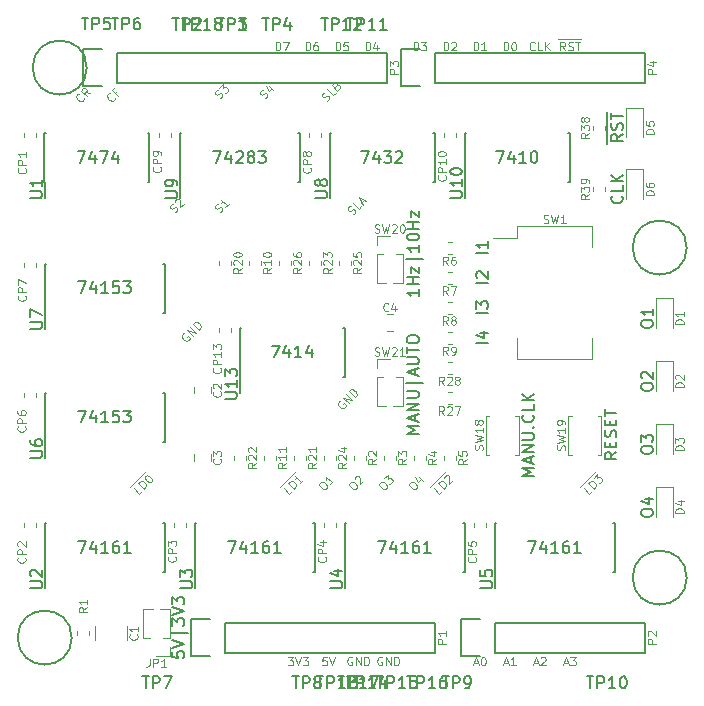
<source format=gto>
%TF.GenerationSoftware,KiCad,Pcbnew,(5.1.6)-1*%
%TF.CreationDate,2020-08-20T00:58:02+09:00*%
%TF.ProjectId,td4-shield,7464342d-7368-4696-956c-642e6b696361,rev?*%
%TF.SameCoordinates,Original*%
%TF.FileFunction,Legend,Top*%
%TF.FilePolarity,Positive*%
%FSLAX46Y46*%
G04 Gerber Fmt 4.6, Leading zero omitted, Abs format (unit mm)*
G04 Created by KiCad (PCBNEW (5.1.6)-1) date 2020-08-20 00:58:02*
%MOMM*%
%LPD*%
G01*
G04 APERTURE LIST*
%ADD10C,0.100000*%
%ADD11C,0.150000*%
%ADD12C,0.120000*%
G04 APERTURE END LIST*
D10*
X136789389Y-98046636D02*
X136718678Y-98070206D01*
X136647967Y-98140917D01*
X136600827Y-98235198D01*
X136600827Y-98329478D01*
X136624397Y-98400189D01*
X136695108Y-98518040D01*
X136765818Y-98588751D01*
X136883669Y-98659462D01*
X136954380Y-98683032D01*
X137048661Y-98683032D01*
X137142942Y-98635891D01*
X137190082Y-98588751D01*
X137237223Y-98494470D01*
X137237223Y-98447330D01*
X137072231Y-98282338D01*
X136977950Y-98376619D01*
X137496495Y-98282338D02*
X137001521Y-97787363D01*
X137779338Y-97999495D01*
X137284363Y-97504521D01*
X138015040Y-97763793D02*
X137520066Y-97268818D01*
X137637917Y-97150967D01*
X137732198Y-97103827D01*
X137826478Y-97103827D01*
X137897189Y-97127397D01*
X138015040Y-97198108D01*
X138085751Y-97268818D01*
X138156462Y-97386669D01*
X138180032Y-97457380D01*
X138180032Y-97551661D01*
X138132891Y-97645942D01*
X138015040Y-97763793D01*
X153517666Y-125507000D02*
X153451000Y-125473666D01*
X153351000Y-125473666D01*
X153251000Y-125507000D01*
X153184333Y-125573666D01*
X153151000Y-125640333D01*
X153117666Y-125773666D01*
X153117666Y-125873666D01*
X153151000Y-126007000D01*
X153184333Y-126073666D01*
X153251000Y-126140333D01*
X153351000Y-126173666D01*
X153417666Y-126173666D01*
X153517666Y-126140333D01*
X153551000Y-126107000D01*
X153551000Y-125873666D01*
X153417666Y-125873666D01*
X153851000Y-126173666D02*
X153851000Y-125473666D01*
X154251000Y-126173666D01*
X154251000Y-125473666D01*
X154584333Y-126173666D02*
X154584333Y-125473666D01*
X154751000Y-125473666D01*
X154851000Y-125507000D01*
X154917666Y-125573666D01*
X154951000Y-125640333D01*
X154984333Y-125773666D01*
X154984333Y-125873666D01*
X154951000Y-126007000D01*
X154917666Y-126073666D01*
X154851000Y-126140333D01*
X154751000Y-126173666D01*
X154584333Y-126173666D01*
X150977666Y-125507000D02*
X150911000Y-125473666D01*
X150811000Y-125473666D01*
X150711000Y-125507000D01*
X150644333Y-125573666D01*
X150611000Y-125640333D01*
X150577666Y-125773666D01*
X150577666Y-125873666D01*
X150611000Y-126007000D01*
X150644333Y-126073666D01*
X150711000Y-126140333D01*
X150811000Y-126173666D01*
X150877666Y-126173666D01*
X150977666Y-126140333D01*
X151011000Y-126107000D01*
X151011000Y-125873666D01*
X150877666Y-125873666D01*
X151311000Y-126173666D02*
X151311000Y-125473666D01*
X151711000Y-126173666D01*
X151711000Y-125473666D01*
X152044333Y-126173666D02*
X152044333Y-125473666D01*
X152211000Y-125473666D01*
X152311000Y-125507000D01*
X152377666Y-125573666D01*
X152411000Y-125640333D01*
X152444333Y-125773666D01*
X152444333Y-125873666D01*
X152411000Y-126007000D01*
X152377666Y-126073666D01*
X152311000Y-126140333D01*
X152211000Y-126173666D01*
X152044333Y-126173666D01*
X148837666Y-125473666D02*
X148504333Y-125473666D01*
X148471000Y-125807000D01*
X148504333Y-125773666D01*
X148571000Y-125740333D01*
X148737666Y-125740333D01*
X148804333Y-125773666D01*
X148837666Y-125807000D01*
X148871000Y-125873666D01*
X148871000Y-126040333D01*
X148837666Y-126107000D01*
X148804333Y-126140333D01*
X148737666Y-126173666D01*
X148571000Y-126173666D01*
X148504333Y-126140333D01*
X148471000Y-126107000D01*
X149071000Y-125473666D02*
X149304333Y-126173666D01*
X149537666Y-125473666D01*
X145564333Y-125473666D02*
X145997666Y-125473666D01*
X145764333Y-125740333D01*
X145864333Y-125740333D01*
X145931000Y-125773666D01*
X145964333Y-125807000D01*
X145997666Y-125873666D01*
X145997666Y-126040333D01*
X145964333Y-126107000D01*
X145931000Y-126140333D01*
X145864333Y-126173666D01*
X145664333Y-126173666D01*
X145597666Y-126140333D01*
X145564333Y-126107000D01*
X146197666Y-125473666D02*
X146431000Y-126173666D01*
X146664333Y-125473666D01*
X146831000Y-125473666D02*
X147264333Y-125473666D01*
X147031000Y-125740333D01*
X147131000Y-125740333D01*
X147197666Y-125773666D01*
X147231000Y-125807000D01*
X147264333Y-125873666D01*
X147264333Y-126040333D01*
X147231000Y-126107000D01*
X147197666Y-126140333D01*
X147131000Y-126173666D01*
X146931000Y-126173666D01*
X146864333Y-126140333D01*
X146831000Y-126107000D01*
X163838000Y-125973666D02*
X164171333Y-125973666D01*
X163771333Y-126173666D02*
X164004666Y-125473666D01*
X164238000Y-126173666D01*
X164838000Y-126173666D02*
X164438000Y-126173666D01*
X164638000Y-126173666D02*
X164638000Y-125473666D01*
X164571333Y-125573666D01*
X164504666Y-125640333D01*
X164438000Y-125673666D01*
X166378000Y-125973666D02*
X166711333Y-125973666D01*
X166311333Y-126173666D02*
X166544666Y-125473666D01*
X166778000Y-126173666D01*
X166978000Y-125540333D02*
X167011333Y-125507000D01*
X167078000Y-125473666D01*
X167244666Y-125473666D01*
X167311333Y-125507000D01*
X167344666Y-125540333D01*
X167378000Y-125607000D01*
X167378000Y-125673666D01*
X167344666Y-125773666D01*
X166944666Y-126173666D01*
X167378000Y-126173666D01*
X168918000Y-125973666D02*
X169251333Y-125973666D01*
X168851333Y-126173666D02*
X169084666Y-125473666D01*
X169318000Y-126173666D01*
X169484666Y-125473666D02*
X169918000Y-125473666D01*
X169684666Y-125740333D01*
X169784666Y-125740333D01*
X169851333Y-125773666D01*
X169884666Y-125807000D01*
X169918000Y-125873666D01*
X169918000Y-126040333D01*
X169884666Y-126107000D01*
X169851333Y-126140333D01*
X169784666Y-126173666D01*
X169584666Y-126173666D01*
X169518000Y-126140333D01*
X169484666Y-126107000D01*
X161298000Y-125973666D02*
X161631333Y-125973666D01*
X161231333Y-126173666D02*
X161464666Y-125473666D01*
X161698000Y-126173666D01*
X162064666Y-125473666D02*
X162131333Y-125473666D01*
X162198000Y-125507000D01*
X162231333Y-125540333D01*
X162264666Y-125607000D01*
X162298000Y-125740333D01*
X162298000Y-125907000D01*
X162264666Y-126040333D01*
X162231333Y-126107000D01*
X162198000Y-126140333D01*
X162131333Y-126173666D01*
X162064666Y-126173666D01*
X161998000Y-126140333D01*
X161964666Y-126107000D01*
X161931333Y-126040333D01*
X161898000Y-125907000D01*
X161898000Y-125740333D01*
X161931333Y-125607000D01*
X161964666Y-125540333D01*
X161998000Y-125507000D01*
X162064666Y-125473666D01*
X144517333Y-74103666D02*
X144517333Y-73403666D01*
X144684000Y-73403666D01*
X144784000Y-73437000D01*
X144850666Y-73503666D01*
X144884000Y-73570333D01*
X144917333Y-73703666D01*
X144917333Y-73803666D01*
X144884000Y-73937000D01*
X144850666Y-74003666D01*
X144784000Y-74070333D01*
X144684000Y-74103666D01*
X144517333Y-74103666D01*
X145150666Y-73403666D02*
X145617333Y-73403666D01*
X145317333Y-74103666D01*
X147057333Y-74103666D02*
X147057333Y-73403666D01*
X147224000Y-73403666D01*
X147324000Y-73437000D01*
X147390666Y-73503666D01*
X147424000Y-73570333D01*
X147457333Y-73703666D01*
X147457333Y-73803666D01*
X147424000Y-73937000D01*
X147390666Y-74003666D01*
X147324000Y-74070333D01*
X147224000Y-74103666D01*
X147057333Y-74103666D01*
X148057333Y-73403666D02*
X147924000Y-73403666D01*
X147857333Y-73437000D01*
X147824000Y-73470333D01*
X147757333Y-73570333D01*
X147724000Y-73703666D01*
X147724000Y-73970333D01*
X147757333Y-74037000D01*
X147790666Y-74070333D01*
X147857333Y-74103666D01*
X147990666Y-74103666D01*
X148057333Y-74070333D01*
X148090666Y-74037000D01*
X148124000Y-73970333D01*
X148124000Y-73803666D01*
X148090666Y-73737000D01*
X148057333Y-73703666D01*
X147990666Y-73670333D01*
X147857333Y-73670333D01*
X147790666Y-73703666D01*
X147757333Y-73737000D01*
X147724000Y-73803666D01*
X149597333Y-74103666D02*
X149597333Y-73403666D01*
X149764000Y-73403666D01*
X149864000Y-73437000D01*
X149930666Y-73503666D01*
X149964000Y-73570333D01*
X149997333Y-73703666D01*
X149997333Y-73803666D01*
X149964000Y-73937000D01*
X149930666Y-74003666D01*
X149864000Y-74070333D01*
X149764000Y-74103666D01*
X149597333Y-74103666D01*
X150630666Y-73403666D02*
X150297333Y-73403666D01*
X150264000Y-73737000D01*
X150297333Y-73703666D01*
X150364000Y-73670333D01*
X150530666Y-73670333D01*
X150597333Y-73703666D01*
X150630666Y-73737000D01*
X150664000Y-73803666D01*
X150664000Y-73970333D01*
X150630666Y-74037000D01*
X150597333Y-74070333D01*
X150530666Y-74103666D01*
X150364000Y-74103666D01*
X150297333Y-74070333D01*
X150264000Y-74037000D01*
X152137333Y-74103666D02*
X152137333Y-73403666D01*
X152304000Y-73403666D01*
X152404000Y-73437000D01*
X152470666Y-73503666D01*
X152504000Y-73570333D01*
X152537333Y-73703666D01*
X152537333Y-73803666D01*
X152504000Y-73937000D01*
X152470666Y-74003666D01*
X152404000Y-74070333D01*
X152304000Y-74103666D01*
X152137333Y-74103666D01*
X153137333Y-73637000D02*
X153137333Y-74103666D01*
X152970666Y-73370333D02*
X152804000Y-73870333D01*
X153237333Y-73870333D01*
X156201333Y-74103666D02*
X156201333Y-73403666D01*
X156368000Y-73403666D01*
X156468000Y-73437000D01*
X156534666Y-73503666D01*
X156568000Y-73570333D01*
X156601333Y-73703666D01*
X156601333Y-73803666D01*
X156568000Y-73937000D01*
X156534666Y-74003666D01*
X156468000Y-74070333D01*
X156368000Y-74103666D01*
X156201333Y-74103666D01*
X156834666Y-73403666D02*
X157268000Y-73403666D01*
X157034666Y-73670333D01*
X157134666Y-73670333D01*
X157201333Y-73703666D01*
X157234666Y-73737000D01*
X157268000Y-73803666D01*
X157268000Y-73970333D01*
X157234666Y-74037000D01*
X157201333Y-74070333D01*
X157134666Y-74103666D01*
X156934666Y-74103666D01*
X156868000Y-74070333D01*
X156834666Y-74037000D01*
X158741333Y-74103666D02*
X158741333Y-73403666D01*
X158908000Y-73403666D01*
X159008000Y-73437000D01*
X159074666Y-73503666D01*
X159108000Y-73570333D01*
X159141333Y-73703666D01*
X159141333Y-73803666D01*
X159108000Y-73937000D01*
X159074666Y-74003666D01*
X159008000Y-74070333D01*
X158908000Y-74103666D01*
X158741333Y-74103666D01*
X159408000Y-73470333D02*
X159441333Y-73437000D01*
X159508000Y-73403666D01*
X159674666Y-73403666D01*
X159741333Y-73437000D01*
X159774666Y-73470333D01*
X159808000Y-73537000D01*
X159808000Y-73603666D01*
X159774666Y-73703666D01*
X159374666Y-74103666D01*
X159808000Y-74103666D01*
D11*
X173375580Y-108132380D02*
X172899390Y-108465714D01*
X173375580Y-108703809D02*
X172375580Y-108703809D01*
X172375580Y-108322857D01*
X172423200Y-108227619D01*
X172470819Y-108180000D01*
X172566057Y-108132380D01*
X172708914Y-108132380D01*
X172804152Y-108180000D01*
X172851771Y-108227619D01*
X172899390Y-108322857D01*
X172899390Y-108703809D01*
X172851771Y-107703809D02*
X172851771Y-107370476D01*
X173375580Y-107227619D02*
X173375580Y-107703809D01*
X172375580Y-107703809D01*
X172375580Y-107227619D01*
X173327961Y-106846666D02*
X173375580Y-106703809D01*
X173375580Y-106465714D01*
X173327961Y-106370476D01*
X173280342Y-106322857D01*
X173185104Y-106275238D01*
X173089866Y-106275238D01*
X172994628Y-106322857D01*
X172947009Y-106370476D01*
X172899390Y-106465714D01*
X172851771Y-106656190D01*
X172804152Y-106751428D01*
X172756533Y-106799047D01*
X172661295Y-106846666D01*
X172566057Y-106846666D01*
X172470819Y-106799047D01*
X172423200Y-106751428D01*
X172375580Y-106656190D01*
X172375580Y-106418095D01*
X172423200Y-106275238D01*
X172851771Y-105846666D02*
X172851771Y-105513333D01*
X173375580Y-105370476D02*
X173375580Y-105846666D01*
X172375580Y-105846666D01*
X172375580Y-105370476D01*
X172375580Y-105084761D02*
X172375580Y-104513333D01*
X173375580Y-104799047D02*
X172375580Y-104799047D01*
X166390580Y-110132380D02*
X165390580Y-110132380D01*
X166104866Y-109799047D01*
X165390580Y-109465714D01*
X166390580Y-109465714D01*
X166104866Y-109037142D02*
X166104866Y-108560952D01*
X166390580Y-109132380D02*
X165390580Y-108799047D01*
X166390580Y-108465714D01*
X166390580Y-108132380D02*
X165390580Y-108132380D01*
X166390580Y-107560952D01*
X165390580Y-107560952D01*
X165390580Y-107084761D02*
X166200104Y-107084761D01*
X166295342Y-107037142D01*
X166342961Y-106989523D01*
X166390580Y-106894285D01*
X166390580Y-106703809D01*
X166342961Y-106608571D01*
X166295342Y-106560952D01*
X166200104Y-106513333D01*
X165390580Y-106513333D01*
X166295342Y-106037142D02*
X166342961Y-105989523D01*
X166390580Y-106037142D01*
X166342961Y-106084761D01*
X166295342Y-106037142D01*
X166390580Y-106037142D01*
X166295342Y-104989523D02*
X166342961Y-105037142D01*
X166390580Y-105180000D01*
X166390580Y-105275238D01*
X166342961Y-105418095D01*
X166247723Y-105513333D01*
X166152485Y-105560952D01*
X165962009Y-105608571D01*
X165819152Y-105608571D01*
X165628676Y-105560952D01*
X165533438Y-105513333D01*
X165438200Y-105418095D01*
X165390580Y-105275238D01*
X165390580Y-105180000D01*
X165438200Y-105037142D01*
X165485819Y-104989523D01*
X166390580Y-104084761D02*
X166390580Y-104560952D01*
X165390580Y-104560952D01*
X166390580Y-103751428D02*
X165390580Y-103751428D01*
X166390580Y-103180000D02*
X165819152Y-103608571D01*
X165390580Y-103180000D02*
X165962009Y-103751428D01*
X173839142Y-86447238D02*
X173886761Y-86494857D01*
X173934380Y-86637714D01*
X173934380Y-86732952D01*
X173886761Y-86875809D01*
X173791523Y-86971047D01*
X173696285Y-87018666D01*
X173505809Y-87066285D01*
X173362952Y-87066285D01*
X173172476Y-87018666D01*
X173077238Y-86971047D01*
X172982000Y-86875809D01*
X172934380Y-86732952D01*
X172934380Y-86637714D01*
X172982000Y-86494857D01*
X173029619Y-86447238D01*
X173934380Y-85542476D02*
X173934380Y-86018666D01*
X172934380Y-86018666D01*
X173934380Y-85209142D02*
X172934380Y-85209142D01*
X173934380Y-84637714D02*
X173362952Y-85066285D01*
X172934380Y-84637714D02*
X173505809Y-85209142D01*
X172567000Y-82002142D02*
X172567000Y-81002142D01*
X173934380Y-81192619D02*
X173458190Y-81525952D01*
X173934380Y-81764047D02*
X172934380Y-81764047D01*
X172934380Y-81383095D01*
X172982000Y-81287857D01*
X173029619Y-81240238D01*
X173124857Y-81192619D01*
X173267714Y-81192619D01*
X173362952Y-81240238D01*
X173410571Y-81287857D01*
X173458190Y-81383095D01*
X173458190Y-81764047D01*
X172567000Y-81002142D02*
X172567000Y-80049761D01*
X173886761Y-80811666D02*
X173934380Y-80668809D01*
X173934380Y-80430714D01*
X173886761Y-80335476D01*
X173839142Y-80287857D01*
X173743904Y-80240238D01*
X173648666Y-80240238D01*
X173553428Y-80287857D01*
X173505809Y-80335476D01*
X173458190Y-80430714D01*
X173410571Y-80621190D01*
X173362952Y-80716428D01*
X173315333Y-80764047D01*
X173220095Y-80811666D01*
X173124857Y-80811666D01*
X173029619Y-80764047D01*
X172982000Y-80716428D01*
X172934380Y-80621190D01*
X172934380Y-80383095D01*
X172982000Y-80240238D01*
X172567000Y-80049761D02*
X172567000Y-79287857D01*
X172934380Y-79954523D02*
X172934380Y-79383095D01*
X173934380Y-79668809D02*
X172934380Y-79668809D01*
D10*
X166461333Y-74037000D02*
X166428000Y-74070333D01*
X166328000Y-74103666D01*
X166261333Y-74103666D01*
X166161333Y-74070333D01*
X166094666Y-74003666D01*
X166061333Y-73937000D01*
X166028000Y-73803666D01*
X166028000Y-73703666D01*
X166061333Y-73570333D01*
X166094666Y-73503666D01*
X166161333Y-73437000D01*
X166261333Y-73403666D01*
X166328000Y-73403666D01*
X166428000Y-73437000D01*
X166461333Y-73470333D01*
X167094666Y-74103666D02*
X166761333Y-74103666D01*
X166761333Y-73403666D01*
X167328000Y-74103666D02*
X167328000Y-73403666D01*
X167728000Y-74103666D02*
X167428000Y-73703666D01*
X167728000Y-73403666D02*
X167328000Y-73803666D01*
X168468000Y-73153000D02*
X169168000Y-73153000D01*
X169034666Y-74103666D02*
X168801333Y-73770333D01*
X168634666Y-74103666D02*
X168634666Y-73403666D01*
X168901333Y-73403666D01*
X168968000Y-73437000D01*
X169001333Y-73470333D01*
X169034666Y-73537000D01*
X169034666Y-73637000D01*
X169001333Y-73703666D01*
X168968000Y-73737000D01*
X168901333Y-73770333D01*
X168634666Y-73770333D01*
X169168000Y-73153000D02*
X169834666Y-73153000D01*
X169301333Y-74070333D02*
X169401333Y-74103666D01*
X169568000Y-74103666D01*
X169634666Y-74070333D01*
X169668000Y-74037000D01*
X169701333Y-73970333D01*
X169701333Y-73903666D01*
X169668000Y-73837000D01*
X169634666Y-73803666D01*
X169568000Y-73770333D01*
X169434666Y-73737000D01*
X169368000Y-73703666D01*
X169334666Y-73670333D01*
X169301333Y-73603666D01*
X169301333Y-73537000D01*
X169334666Y-73470333D01*
X169368000Y-73437000D01*
X169434666Y-73403666D01*
X169601333Y-73403666D01*
X169701333Y-73437000D01*
X169834666Y-73153000D02*
X170368000Y-73153000D01*
X169901333Y-73403666D02*
X170301333Y-73403666D01*
X170101333Y-74103666D02*
X170101333Y-73403666D01*
X161281333Y-74103666D02*
X161281333Y-73403666D01*
X161448000Y-73403666D01*
X161548000Y-73437000D01*
X161614666Y-73503666D01*
X161648000Y-73570333D01*
X161681333Y-73703666D01*
X161681333Y-73803666D01*
X161648000Y-73937000D01*
X161614666Y-74003666D01*
X161548000Y-74070333D01*
X161448000Y-74103666D01*
X161281333Y-74103666D01*
X162348000Y-74103666D02*
X161948000Y-74103666D01*
X162148000Y-74103666D02*
X162148000Y-73403666D01*
X162081333Y-73503666D01*
X162014666Y-73570333D01*
X161948000Y-73603666D01*
X163821333Y-74103666D02*
X163821333Y-73403666D01*
X163988000Y-73403666D01*
X164088000Y-73437000D01*
X164154666Y-73503666D01*
X164188000Y-73570333D01*
X164221333Y-73703666D01*
X164221333Y-73803666D01*
X164188000Y-73937000D01*
X164154666Y-74003666D01*
X164088000Y-74070333D01*
X163988000Y-74103666D01*
X163821333Y-74103666D01*
X164654666Y-73403666D02*
X164721333Y-73403666D01*
X164788000Y-73437000D01*
X164821333Y-73470333D01*
X164854666Y-73537000D01*
X164888000Y-73670333D01*
X164888000Y-73837000D01*
X164854666Y-73970333D01*
X164821333Y-74037000D01*
X164788000Y-74070333D01*
X164721333Y-74103666D01*
X164654666Y-74103666D01*
X164588000Y-74070333D01*
X164554666Y-74037000D01*
X164521333Y-73970333D01*
X164488000Y-73837000D01*
X164488000Y-73670333D01*
X164521333Y-73537000D01*
X164554666Y-73470333D01*
X164588000Y-73437000D01*
X164654666Y-73403666D01*
D11*
X175474380Y-97345428D02*
X175474380Y-97154952D01*
X175522000Y-97059714D01*
X175617238Y-96964476D01*
X175807714Y-96916857D01*
X176141047Y-96916857D01*
X176331523Y-96964476D01*
X176426761Y-97059714D01*
X176474380Y-97154952D01*
X176474380Y-97345428D01*
X176426761Y-97440666D01*
X176331523Y-97535904D01*
X176141047Y-97583523D01*
X175807714Y-97583523D01*
X175617238Y-97535904D01*
X175522000Y-97440666D01*
X175474380Y-97345428D01*
X176474380Y-95964476D02*
X176474380Y-96535904D01*
X176474380Y-96250190D02*
X175474380Y-96250190D01*
X175617238Y-96345428D01*
X175712476Y-96440666D01*
X175760095Y-96535904D01*
X175474380Y-102679428D02*
X175474380Y-102488952D01*
X175522000Y-102393714D01*
X175617238Y-102298476D01*
X175807714Y-102250857D01*
X176141047Y-102250857D01*
X176331523Y-102298476D01*
X176426761Y-102393714D01*
X176474380Y-102488952D01*
X176474380Y-102679428D01*
X176426761Y-102774666D01*
X176331523Y-102869904D01*
X176141047Y-102917523D01*
X175807714Y-102917523D01*
X175617238Y-102869904D01*
X175522000Y-102774666D01*
X175474380Y-102679428D01*
X175569619Y-101869904D02*
X175522000Y-101822285D01*
X175474380Y-101727047D01*
X175474380Y-101488952D01*
X175522000Y-101393714D01*
X175569619Y-101346095D01*
X175664857Y-101298476D01*
X175760095Y-101298476D01*
X175902952Y-101346095D01*
X176474380Y-101917523D01*
X176474380Y-101298476D01*
X175474380Y-108013428D02*
X175474380Y-107822952D01*
X175522000Y-107727714D01*
X175617238Y-107632476D01*
X175807714Y-107584857D01*
X176141047Y-107584857D01*
X176331523Y-107632476D01*
X176426761Y-107727714D01*
X176474380Y-107822952D01*
X176474380Y-108013428D01*
X176426761Y-108108666D01*
X176331523Y-108203904D01*
X176141047Y-108251523D01*
X175807714Y-108251523D01*
X175617238Y-108203904D01*
X175522000Y-108108666D01*
X175474380Y-108013428D01*
X175474380Y-107251523D02*
X175474380Y-106632476D01*
X175855333Y-106965809D01*
X175855333Y-106822952D01*
X175902952Y-106727714D01*
X175950571Y-106680095D01*
X176045809Y-106632476D01*
X176283904Y-106632476D01*
X176379142Y-106680095D01*
X176426761Y-106727714D01*
X176474380Y-106822952D01*
X176474380Y-107108666D01*
X176426761Y-107203904D01*
X176379142Y-107251523D01*
X175474380Y-113347428D02*
X175474380Y-113156952D01*
X175522000Y-113061714D01*
X175617238Y-112966476D01*
X175807714Y-112918857D01*
X176141047Y-112918857D01*
X176331523Y-112966476D01*
X176426761Y-113061714D01*
X176474380Y-113156952D01*
X176474380Y-113347428D01*
X176426761Y-113442666D01*
X176331523Y-113537904D01*
X176141047Y-113585523D01*
X175807714Y-113585523D01*
X175617238Y-113537904D01*
X175522000Y-113442666D01*
X175474380Y-113347428D01*
X175807714Y-112061714D02*
X176474380Y-112061714D01*
X175426761Y-112299809D02*
X176141047Y-112537904D01*
X176141047Y-111918857D01*
X163211095Y-82637380D02*
X163877761Y-82637380D01*
X163449190Y-83637380D01*
X164687285Y-82970714D02*
X164687285Y-83637380D01*
X164449190Y-82589761D02*
X164211095Y-83304047D01*
X164830142Y-83304047D01*
X165734904Y-83637380D02*
X165163476Y-83637380D01*
X165449190Y-83637380D02*
X165449190Y-82637380D01*
X165353952Y-82780238D01*
X165258714Y-82875476D01*
X165163476Y-82923095D01*
X166353952Y-82637380D02*
X166449190Y-82637380D01*
X166544428Y-82685000D01*
X166592047Y-82732619D01*
X166639666Y-82827857D01*
X166687285Y-83018333D01*
X166687285Y-83256428D01*
X166639666Y-83446904D01*
X166592047Y-83542142D01*
X166544428Y-83589761D01*
X166449190Y-83637380D01*
X166353952Y-83637380D01*
X166258714Y-83589761D01*
X166211095Y-83542142D01*
X166163476Y-83446904D01*
X166115857Y-83256428D01*
X166115857Y-83018333D01*
X166163476Y-82827857D01*
X166211095Y-82732619D01*
X166258714Y-82685000D01*
X166353952Y-82637380D01*
X151781095Y-82637380D02*
X152447761Y-82637380D01*
X152019190Y-83637380D01*
X153257285Y-82970714D02*
X153257285Y-83637380D01*
X153019190Y-82589761D02*
X152781095Y-83304047D01*
X153400142Y-83304047D01*
X153685857Y-82637380D02*
X154304904Y-82637380D01*
X153971571Y-83018333D01*
X154114428Y-83018333D01*
X154209666Y-83065952D01*
X154257285Y-83113571D01*
X154304904Y-83208809D01*
X154304904Y-83446904D01*
X154257285Y-83542142D01*
X154209666Y-83589761D01*
X154114428Y-83637380D01*
X153828714Y-83637380D01*
X153733476Y-83589761D01*
X153685857Y-83542142D01*
X154685857Y-82732619D02*
X154733476Y-82685000D01*
X154828714Y-82637380D01*
X155066809Y-82637380D01*
X155162047Y-82685000D01*
X155209666Y-82732619D01*
X155257285Y-82827857D01*
X155257285Y-82923095D01*
X155209666Y-83065952D01*
X154638238Y-83637380D01*
X155257285Y-83637380D01*
X139239904Y-82637380D02*
X139906571Y-82637380D01*
X139478000Y-83637380D01*
X140716095Y-82970714D02*
X140716095Y-83637380D01*
X140478000Y-82589761D02*
X140239904Y-83304047D01*
X140858952Y-83304047D01*
X141192285Y-82732619D02*
X141239904Y-82685000D01*
X141335142Y-82637380D01*
X141573238Y-82637380D01*
X141668476Y-82685000D01*
X141716095Y-82732619D01*
X141763714Y-82827857D01*
X141763714Y-82923095D01*
X141716095Y-83065952D01*
X141144666Y-83637380D01*
X141763714Y-83637380D01*
X142335142Y-83065952D02*
X142239904Y-83018333D01*
X142192285Y-82970714D01*
X142144666Y-82875476D01*
X142144666Y-82827857D01*
X142192285Y-82732619D01*
X142239904Y-82685000D01*
X142335142Y-82637380D01*
X142525619Y-82637380D01*
X142620857Y-82685000D01*
X142668476Y-82732619D01*
X142716095Y-82827857D01*
X142716095Y-82875476D01*
X142668476Y-82970714D01*
X142620857Y-83018333D01*
X142525619Y-83065952D01*
X142335142Y-83065952D01*
X142239904Y-83113571D01*
X142192285Y-83161190D01*
X142144666Y-83256428D01*
X142144666Y-83446904D01*
X142192285Y-83542142D01*
X142239904Y-83589761D01*
X142335142Y-83637380D01*
X142525619Y-83637380D01*
X142620857Y-83589761D01*
X142668476Y-83542142D01*
X142716095Y-83446904D01*
X142716095Y-83256428D01*
X142668476Y-83161190D01*
X142620857Y-83113571D01*
X142525619Y-83065952D01*
X143049428Y-82637380D02*
X143668476Y-82637380D01*
X143335142Y-83018333D01*
X143478000Y-83018333D01*
X143573238Y-83065952D01*
X143620857Y-83113571D01*
X143668476Y-83208809D01*
X143668476Y-83446904D01*
X143620857Y-83542142D01*
X143573238Y-83589761D01*
X143478000Y-83637380D01*
X143192285Y-83637380D01*
X143097047Y-83589761D01*
X143049428Y-83542142D01*
X127752695Y-82637380D02*
X128419361Y-82637380D01*
X127990790Y-83637380D01*
X129228885Y-82970714D02*
X129228885Y-83637380D01*
X128990790Y-82589761D02*
X128752695Y-83304047D01*
X129371742Y-83304047D01*
X129657457Y-82637380D02*
X130324123Y-82637380D01*
X129895552Y-83637380D01*
X131133647Y-82970714D02*
X131133647Y-83637380D01*
X130895552Y-82589761D02*
X130657457Y-83304047D01*
X131276504Y-83304047D01*
X144186495Y-99096580D02*
X144853161Y-99096580D01*
X144424590Y-100096580D01*
X145662685Y-99429914D02*
X145662685Y-100096580D01*
X145424590Y-99048961D02*
X145186495Y-99763247D01*
X145805542Y-99763247D01*
X146710304Y-100096580D02*
X146138876Y-100096580D01*
X146424590Y-100096580D02*
X146424590Y-99096580D01*
X146329352Y-99239438D01*
X146234114Y-99334676D01*
X146138876Y-99382295D01*
X147567447Y-99429914D02*
X147567447Y-100096580D01*
X147329352Y-99048961D02*
X147091257Y-99763247D01*
X147710304Y-99763247D01*
X127809904Y-93660980D02*
X128476571Y-93660980D01*
X128048000Y-94660980D01*
X129286095Y-93994314D02*
X129286095Y-94660980D01*
X129048000Y-93613361D02*
X128809904Y-94327647D01*
X129428952Y-94327647D01*
X130333714Y-94660980D02*
X129762285Y-94660980D01*
X130048000Y-94660980D02*
X130048000Y-93660980D01*
X129952761Y-93803838D01*
X129857523Y-93899076D01*
X129762285Y-93946695D01*
X131238476Y-93660980D02*
X130762285Y-93660980D01*
X130714666Y-94137171D01*
X130762285Y-94089552D01*
X130857523Y-94041933D01*
X131095619Y-94041933D01*
X131190857Y-94089552D01*
X131238476Y-94137171D01*
X131286095Y-94232409D01*
X131286095Y-94470504D01*
X131238476Y-94565742D01*
X131190857Y-94613361D01*
X131095619Y-94660980D01*
X130857523Y-94660980D01*
X130762285Y-94613361D01*
X130714666Y-94565742D01*
X131619428Y-93660980D02*
X132238476Y-93660980D01*
X131905142Y-94041933D01*
X132048000Y-94041933D01*
X132143238Y-94089552D01*
X132190857Y-94137171D01*
X132238476Y-94232409D01*
X132238476Y-94470504D01*
X132190857Y-94565742D01*
X132143238Y-94613361D01*
X132048000Y-94660980D01*
X131762285Y-94660980D01*
X131667047Y-94613361D01*
X131619428Y-94565742D01*
X127809904Y-104608380D02*
X128476571Y-104608380D01*
X128048000Y-105608380D01*
X129286095Y-104941714D02*
X129286095Y-105608380D01*
X129048000Y-104560761D02*
X128809904Y-105275047D01*
X129428952Y-105275047D01*
X130333714Y-105608380D02*
X129762285Y-105608380D01*
X130048000Y-105608380D02*
X130048000Y-104608380D01*
X129952761Y-104751238D01*
X129857523Y-104846476D01*
X129762285Y-104894095D01*
X131238476Y-104608380D02*
X130762285Y-104608380D01*
X130714666Y-105084571D01*
X130762285Y-105036952D01*
X130857523Y-104989333D01*
X131095619Y-104989333D01*
X131190857Y-105036952D01*
X131238476Y-105084571D01*
X131286095Y-105179809D01*
X131286095Y-105417904D01*
X131238476Y-105513142D01*
X131190857Y-105560761D01*
X131095619Y-105608380D01*
X130857523Y-105608380D01*
X130762285Y-105560761D01*
X130714666Y-105513142D01*
X131619428Y-104608380D02*
X132238476Y-104608380D01*
X131905142Y-104989333D01*
X132048000Y-104989333D01*
X132143238Y-105036952D01*
X132190857Y-105084571D01*
X132238476Y-105179809D01*
X132238476Y-105417904D01*
X132190857Y-105513142D01*
X132143238Y-105560761D01*
X132048000Y-105608380D01*
X131762285Y-105608380D01*
X131667047Y-105560761D01*
X131619428Y-105513142D01*
X165909904Y-115657380D02*
X166576571Y-115657380D01*
X166148000Y-116657380D01*
X167386095Y-115990714D02*
X167386095Y-116657380D01*
X167148000Y-115609761D02*
X166909904Y-116324047D01*
X167528952Y-116324047D01*
X168433714Y-116657380D02*
X167862285Y-116657380D01*
X168148000Y-116657380D02*
X168148000Y-115657380D01*
X168052761Y-115800238D01*
X167957523Y-115895476D01*
X167862285Y-115943095D01*
X169290857Y-115657380D02*
X169100380Y-115657380D01*
X169005142Y-115705000D01*
X168957523Y-115752619D01*
X168862285Y-115895476D01*
X168814666Y-116085952D01*
X168814666Y-116466904D01*
X168862285Y-116562142D01*
X168909904Y-116609761D01*
X169005142Y-116657380D01*
X169195619Y-116657380D01*
X169290857Y-116609761D01*
X169338476Y-116562142D01*
X169386095Y-116466904D01*
X169386095Y-116228809D01*
X169338476Y-116133571D01*
X169290857Y-116085952D01*
X169195619Y-116038333D01*
X169005142Y-116038333D01*
X168909904Y-116085952D01*
X168862285Y-116133571D01*
X168814666Y-116228809D01*
X170338476Y-116657380D02*
X169767047Y-116657380D01*
X170052761Y-116657380D02*
X170052761Y-115657380D01*
X169957523Y-115800238D01*
X169862285Y-115895476D01*
X169767047Y-115943095D01*
X153209904Y-115657380D02*
X153876571Y-115657380D01*
X153448000Y-116657380D01*
X154686095Y-115990714D02*
X154686095Y-116657380D01*
X154448000Y-115609761D02*
X154209904Y-116324047D01*
X154828952Y-116324047D01*
X155733714Y-116657380D02*
X155162285Y-116657380D01*
X155448000Y-116657380D02*
X155448000Y-115657380D01*
X155352761Y-115800238D01*
X155257523Y-115895476D01*
X155162285Y-115943095D01*
X156590857Y-115657380D02*
X156400380Y-115657380D01*
X156305142Y-115705000D01*
X156257523Y-115752619D01*
X156162285Y-115895476D01*
X156114666Y-116085952D01*
X156114666Y-116466904D01*
X156162285Y-116562142D01*
X156209904Y-116609761D01*
X156305142Y-116657380D01*
X156495619Y-116657380D01*
X156590857Y-116609761D01*
X156638476Y-116562142D01*
X156686095Y-116466904D01*
X156686095Y-116228809D01*
X156638476Y-116133571D01*
X156590857Y-116085952D01*
X156495619Y-116038333D01*
X156305142Y-116038333D01*
X156209904Y-116085952D01*
X156162285Y-116133571D01*
X156114666Y-116228809D01*
X157638476Y-116657380D02*
X157067047Y-116657380D01*
X157352761Y-116657380D02*
X157352761Y-115657380D01*
X157257523Y-115800238D01*
X157162285Y-115895476D01*
X157067047Y-115943095D01*
X140509904Y-115657380D02*
X141176571Y-115657380D01*
X140748000Y-116657380D01*
X141986095Y-115990714D02*
X141986095Y-116657380D01*
X141748000Y-115609761D02*
X141509904Y-116324047D01*
X142128952Y-116324047D01*
X143033714Y-116657380D02*
X142462285Y-116657380D01*
X142748000Y-116657380D02*
X142748000Y-115657380D01*
X142652761Y-115800238D01*
X142557523Y-115895476D01*
X142462285Y-115943095D01*
X143890857Y-115657380D02*
X143700380Y-115657380D01*
X143605142Y-115705000D01*
X143557523Y-115752619D01*
X143462285Y-115895476D01*
X143414666Y-116085952D01*
X143414666Y-116466904D01*
X143462285Y-116562142D01*
X143509904Y-116609761D01*
X143605142Y-116657380D01*
X143795619Y-116657380D01*
X143890857Y-116609761D01*
X143938476Y-116562142D01*
X143986095Y-116466904D01*
X143986095Y-116228809D01*
X143938476Y-116133571D01*
X143890857Y-116085952D01*
X143795619Y-116038333D01*
X143605142Y-116038333D01*
X143509904Y-116085952D01*
X143462285Y-116133571D01*
X143414666Y-116228809D01*
X144938476Y-116657380D02*
X144367047Y-116657380D01*
X144652761Y-116657380D02*
X144652761Y-115657380D01*
X144557523Y-115800238D01*
X144462285Y-115895476D01*
X144367047Y-115943095D01*
X127809904Y-115657380D02*
X128476571Y-115657380D01*
X128048000Y-116657380D01*
X129286095Y-115990714D02*
X129286095Y-116657380D01*
X129048000Y-115609761D02*
X128809904Y-116324047D01*
X129428952Y-116324047D01*
X130333714Y-116657380D02*
X129762285Y-116657380D01*
X130048000Y-116657380D02*
X130048000Y-115657380D01*
X129952761Y-115800238D01*
X129857523Y-115895476D01*
X129762285Y-115943095D01*
X131190857Y-115657380D02*
X131000380Y-115657380D01*
X130905142Y-115705000D01*
X130857523Y-115752619D01*
X130762285Y-115895476D01*
X130714666Y-116085952D01*
X130714666Y-116466904D01*
X130762285Y-116562142D01*
X130809904Y-116609761D01*
X130905142Y-116657380D01*
X131095619Y-116657380D01*
X131190857Y-116609761D01*
X131238476Y-116562142D01*
X131286095Y-116466904D01*
X131286095Y-116228809D01*
X131238476Y-116133571D01*
X131190857Y-116085952D01*
X131095619Y-116038333D01*
X130905142Y-116038333D01*
X130809904Y-116085952D01*
X130762285Y-116133571D01*
X130714666Y-116228809D01*
X132238476Y-116657380D02*
X131667047Y-116657380D01*
X131952761Y-116657380D02*
X131952761Y-115657380D01*
X131857523Y-115800238D01*
X131762285Y-115895476D01*
X131667047Y-115943095D01*
X156636980Y-106581057D02*
X155636980Y-106581057D01*
X156351266Y-106247723D01*
X155636980Y-105914390D01*
X156636980Y-105914390D01*
X156351266Y-105485819D02*
X156351266Y-105009628D01*
X156636980Y-105581057D02*
X155636980Y-105247723D01*
X156636980Y-104914390D01*
X156636980Y-104581057D02*
X155636980Y-104581057D01*
X156636980Y-104009628D01*
X155636980Y-104009628D01*
X155636980Y-103533438D02*
X156446504Y-103533438D01*
X156541742Y-103485819D01*
X156589361Y-103438200D01*
X156636980Y-103342961D01*
X156636980Y-103152485D01*
X156589361Y-103057247D01*
X156541742Y-103009628D01*
X156446504Y-102962009D01*
X155636980Y-102962009D01*
X156970314Y-102247723D02*
X155541742Y-102247723D01*
X156351266Y-101581057D02*
X156351266Y-101104866D01*
X156636980Y-101676295D02*
X155636980Y-101342961D01*
X156636980Y-101009628D01*
X155636980Y-100676295D02*
X156446504Y-100676295D01*
X156541742Y-100628676D01*
X156589361Y-100581057D01*
X156636980Y-100485819D01*
X156636980Y-100295342D01*
X156589361Y-100200104D01*
X156541742Y-100152485D01*
X156446504Y-100104866D01*
X155636980Y-100104866D01*
X155636980Y-99771533D02*
X155636980Y-99200104D01*
X156636980Y-99485819D02*
X155636980Y-99485819D01*
X155636980Y-98676295D02*
X155636980Y-98485819D01*
X155684600Y-98390580D01*
X155779838Y-98295342D01*
X155970314Y-98247723D01*
X156303647Y-98247723D01*
X156494123Y-98295342D01*
X156589361Y-98390580D01*
X156636980Y-98485819D01*
X156636980Y-98676295D01*
X156589361Y-98771533D01*
X156494123Y-98866771D01*
X156303647Y-98914390D01*
X155970314Y-98914390D01*
X155779838Y-98866771D01*
X155684600Y-98771533D01*
X155636980Y-98676295D01*
X156662380Y-94338400D02*
X156662380Y-94909828D01*
X156662380Y-94624114D02*
X155662380Y-94624114D01*
X155805238Y-94719352D01*
X155900476Y-94814590D01*
X155948095Y-94909828D01*
X156662380Y-93909828D02*
X155662380Y-93909828D01*
X156138571Y-93909828D02*
X156138571Y-93338400D01*
X156662380Y-93338400D02*
X155662380Y-93338400D01*
X155995714Y-92957447D02*
X155995714Y-92433638D01*
X156662380Y-92957447D01*
X156662380Y-92433638D01*
X156995714Y-91814590D02*
X155567142Y-91814590D01*
X156662380Y-90576495D02*
X156662380Y-91147923D01*
X156662380Y-90862209D02*
X155662380Y-90862209D01*
X155805238Y-90957447D01*
X155900476Y-91052685D01*
X155948095Y-91147923D01*
X155662380Y-89957447D02*
X155662380Y-89862209D01*
X155710000Y-89766971D01*
X155757619Y-89719352D01*
X155852857Y-89671733D01*
X156043333Y-89624114D01*
X156281428Y-89624114D01*
X156471904Y-89671733D01*
X156567142Y-89719352D01*
X156614761Y-89766971D01*
X156662380Y-89862209D01*
X156662380Y-89957447D01*
X156614761Y-90052685D01*
X156567142Y-90100304D01*
X156471904Y-90147923D01*
X156281428Y-90195542D01*
X156043333Y-90195542D01*
X155852857Y-90147923D01*
X155757619Y-90100304D01*
X155710000Y-90052685D01*
X155662380Y-89957447D01*
X156662380Y-89195542D02*
X155662380Y-89195542D01*
X156138571Y-89195542D02*
X156138571Y-88624114D01*
X156662380Y-88624114D02*
X155662380Y-88624114D01*
X155995714Y-88243161D02*
X155995714Y-87719352D01*
X156662380Y-88243161D01*
X156662380Y-87719352D01*
X135786880Y-125009019D02*
X135786880Y-125485209D01*
X136263071Y-125532828D01*
X136215452Y-125485209D01*
X136167833Y-125389971D01*
X136167833Y-125151876D01*
X136215452Y-125056638D01*
X136263071Y-125009019D01*
X136358309Y-124961400D01*
X136596404Y-124961400D01*
X136691642Y-125009019D01*
X136739261Y-125056638D01*
X136786880Y-125151876D01*
X136786880Y-125389971D01*
X136739261Y-125485209D01*
X136691642Y-125532828D01*
X135786880Y-124675685D02*
X136786880Y-124342352D01*
X135786880Y-124009019D01*
X137120214Y-123437590D02*
X135691642Y-123437590D01*
X135786880Y-122818542D02*
X135786880Y-122199495D01*
X136167833Y-122532828D01*
X136167833Y-122389971D01*
X136215452Y-122294733D01*
X136263071Y-122247114D01*
X136358309Y-122199495D01*
X136596404Y-122199495D01*
X136691642Y-122247114D01*
X136739261Y-122294733D01*
X136786880Y-122389971D01*
X136786880Y-122675685D01*
X136739261Y-122770923D01*
X136691642Y-122818542D01*
X135786880Y-121913780D02*
X136786880Y-121580447D01*
X135786880Y-121247114D01*
X135786880Y-121009019D02*
X135786880Y-120389971D01*
X136167833Y-120723304D01*
X136167833Y-120580447D01*
X136215452Y-120485209D01*
X136263071Y-120437590D01*
X136358309Y-120389971D01*
X136596404Y-120389971D01*
X136691642Y-120437590D01*
X136739261Y-120485209D01*
X136786880Y-120580447D01*
X136786880Y-120866161D01*
X136739261Y-120961400D01*
X136691642Y-121009019D01*
X162504380Y-98901190D02*
X161504380Y-98901190D01*
X161837714Y-97996428D02*
X162504380Y-97996428D01*
X161456761Y-98234523D02*
X162171047Y-98472619D01*
X162171047Y-97853571D01*
X162504380Y-96361190D02*
X161504380Y-96361190D01*
X161504380Y-95980238D02*
X161504380Y-95361190D01*
X161885333Y-95694523D01*
X161885333Y-95551666D01*
X161932952Y-95456428D01*
X161980571Y-95408809D01*
X162075809Y-95361190D01*
X162313904Y-95361190D01*
X162409142Y-95408809D01*
X162456761Y-95456428D01*
X162504380Y-95551666D01*
X162504380Y-95837380D01*
X162456761Y-95932619D01*
X162409142Y-95980238D01*
X162504380Y-93821190D02*
X161504380Y-93821190D01*
X161599619Y-93392619D02*
X161552000Y-93345000D01*
X161504380Y-93249761D01*
X161504380Y-93011666D01*
X161552000Y-92916428D01*
X161599619Y-92868809D01*
X161694857Y-92821190D01*
X161790095Y-92821190D01*
X161932952Y-92868809D01*
X162504380Y-93440238D01*
X162504380Y-92821190D01*
X162504380Y-91281190D02*
X161504380Y-91281190D01*
X162504380Y-90281190D02*
X162504380Y-90852619D01*
X162504380Y-90566904D02*
X161504380Y-90566904D01*
X161647238Y-90662142D01*
X161742476Y-90757380D01*
X161790095Y-90852619D01*
D10*
X149997389Y-103761636D02*
X149926678Y-103785206D01*
X149855967Y-103855917D01*
X149808827Y-103950198D01*
X149808827Y-104044478D01*
X149832397Y-104115189D01*
X149903108Y-104233040D01*
X149973818Y-104303751D01*
X150091669Y-104374462D01*
X150162380Y-104398032D01*
X150256661Y-104398032D01*
X150350942Y-104350891D01*
X150398082Y-104303751D01*
X150445223Y-104209470D01*
X150445223Y-104162330D01*
X150280231Y-103997338D01*
X150185950Y-104091619D01*
X150704495Y-103997338D02*
X150209521Y-103502363D01*
X150987338Y-103714495D01*
X150492363Y-103219521D01*
X151223040Y-103478793D02*
X150728066Y-102983818D01*
X150845917Y-102865967D01*
X150940198Y-102818827D01*
X151034478Y-102818827D01*
X151105189Y-102842397D01*
X151223040Y-102913108D01*
X151293751Y-102983818D01*
X151364462Y-103101669D01*
X151388032Y-103172380D01*
X151388032Y-103266661D01*
X151340891Y-103360942D01*
X151223040Y-103478793D01*
X150779299Y-110730385D02*
X150873580Y-110636104D01*
X150944291Y-110612533D01*
X151038572Y-110612533D01*
X151156423Y-110683244D01*
X151321414Y-110848236D01*
X151392125Y-110966087D01*
X151392125Y-111060368D01*
X151368555Y-111131078D01*
X151274274Y-111225359D01*
X151203563Y-111248930D01*
X151109282Y-111248930D01*
X150991431Y-111178219D01*
X150826440Y-111013227D01*
X150755729Y-110895376D01*
X150755729Y-110801095D01*
X150779299Y-110730385D01*
X151227133Y-110376831D02*
X151227133Y-110329691D01*
X151250704Y-110258980D01*
X151368555Y-110141129D01*
X151439266Y-110117559D01*
X151486406Y-110117559D01*
X151557117Y-110141129D01*
X151604257Y-110188269D01*
X151651398Y-110282550D01*
X151651398Y-110848236D01*
X151957810Y-110541823D01*
X148239299Y-110730385D02*
X148333580Y-110636104D01*
X148404291Y-110612533D01*
X148498572Y-110612533D01*
X148616423Y-110683244D01*
X148781414Y-110848236D01*
X148852125Y-110966087D01*
X148852125Y-111060368D01*
X148828555Y-111131078D01*
X148734274Y-111225359D01*
X148663563Y-111248930D01*
X148569282Y-111248930D01*
X148451431Y-111178219D01*
X148286440Y-111013227D01*
X148215729Y-110895376D01*
X148215729Y-110801095D01*
X148239299Y-110730385D01*
X149417810Y-110541823D02*
X149134968Y-110824666D01*
X149276389Y-110683244D02*
X148781414Y-110188269D01*
X148804985Y-110306121D01*
X148804985Y-110400401D01*
X148781414Y-110471112D01*
X155859299Y-110730385D02*
X155953580Y-110636104D01*
X156024291Y-110612533D01*
X156118572Y-110612533D01*
X156236423Y-110683244D01*
X156401414Y-110848236D01*
X156472125Y-110966087D01*
X156472125Y-111060368D01*
X156448555Y-111131078D01*
X156354274Y-111225359D01*
X156283563Y-111248930D01*
X156189282Y-111248930D01*
X156071431Y-111178219D01*
X155906440Y-111013227D01*
X155835729Y-110895376D01*
X155835729Y-110801095D01*
X155859299Y-110730385D01*
X156660687Y-110258980D02*
X156990670Y-110588963D01*
X156354274Y-110188269D02*
X156589976Y-110659674D01*
X156896389Y-110353261D01*
X153319299Y-110730385D02*
X153413580Y-110636104D01*
X153484291Y-110612533D01*
X153578572Y-110612533D01*
X153696423Y-110683244D01*
X153861414Y-110848236D01*
X153932125Y-110966087D01*
X153932125Y-111060368D01*
X153908555Y-111131078D01*
X153814274Y-111225359D01*
X153743563Y-111248930D01*
X153649282Y-111248930D01*
X153531431Y-111178219D01*
X153366440Y-111013227D01*
X153295729Y-110895376D01*
X153295729Y-110801095D01*
X153319299Y-110730385D01*
X153696423Y-110353261D02*
X154002836Y-110046848D01*
X154026406Y-110400401D01*
X154097117Y-110329691D01*
X154167827Y-110306121D01*
X154214968Y-110306121D01*
X154285678Y-110329691D01*
X154403530Y-110447542D01*
X154427100Y-110518253D01*
X154427100Y-110565393D01*
X154403530Y-110636104D01*
X154262108Y-110777525D01*
X154191398Y-110801095D01*
X154144257Y-110801095D01*
X148836091Y-78386602D02*
X148930372Y-78339462D01*
X149048223Y-78221610D01*
X149071793Y-78150900D01*
X149071793Y-78103759D01*
X149048223Y-78033049D01*
X149001082Y-77985908D01*
X148930372Y-77962338D01*
X148883231Y-77962338D01*
X148812521Y-77985908D01*
X148694669Y-78056619D01*
X148623959Y-78080189D01*
X148576818Y-78080189D01*
X148506108Y-78056619D01*
X148458967Y-78009478D01*
X148435397Y-77938768D01*
X148435397Y-77891627D01*
X148458967Y-77820917D01*
X148576818Y-77703066D01*
X148671099Y-77655925D01*
X149590338Y-77679495D02*
X149354636Y-77915198D01*
X148859661Y-77420223D01*
X149661049Y-77090240D02*
X149755330Y-77043099D01*
X149802470Y-77043099D01*
X149873181Y-77066669D01*
X149943891Y-77137380D01*
X149967462Y-77208091D01*
X149967462Y-77255231D01*
X149943891Y-77325942D01*
X149755330Y-77514504D01*
X149260355Y-77019529D01*
X149425346Y-76854537D01*
X149496057Y-76830967D01*
X149543198Y-76830967D01*
X149613908Y-76854537D01*
X149661049Y-76901678D01*
X149684619Y-76972389D01*
X149684619Y-77019529D01*
X149661049Y-77090240D01*
X149496057Y-77255231D01*
X151030446Y-88003247D02*
X151124727Y-87956106D01*
X151242578Y-87838255D01*
X151266148Y-87767544D01*
X151266148Y-87720404D01*
X151242578Y-87649693D01*
X151195438Y-87602553D01*
X151124727Y-87578983D01*
X151077587Y-87578983D01*
X151006876Y-87602553D01*
X150889025Y-87673264D01*
X150818314Y-87696834D01*
X150771174Y-87696834D01*
X150700463Y-87673264D01*
X150653322Y-87626123D01*
X150629752Y-87555412D01*
X150629752Y-87508272D01*
X150653322Y-87437561D01*
X150771174Y-87319710D01*
X150865455Y-87272570D01*
X151784693Y-87296140D02*
X151548991Y-87531842D01*
X151054016Y-87036867D01*
X151784693Y-87013297D02*
X152020396Y-86777595D01*
X151878974Y-87201859D02*
X151548991Y-86541893D01*
X152208957Y-86871876D01*
X132192757Y-111080830D02*
X132593451Y-110680137D01*
X133218533Y-111399500D02*
X132982831Y-111635202D01*
X132487856Y-111140227D01*
X132593451Y-110680137D02*
X133088426Y-110185162D01*
X133383525Y-111234508D02*
X132888550Y-110739533D01*
X133006401Y-110621682D01*
X133100682Y-110574542D01*
X133194963Y-110574542D01*
X133265674Y-110598112D01*
X133383525Y-110668823D01*
X133454236Y-110739533D01*
X133524946Y-110857385D01*
X133548517Y-110928095D01*
X133548517Y-111022376D01*
X133501376Y-111116657D01*
X133383525Y-111234508D01*
X133088426Y-110185162D02*
X133559830Y-109713757D01*
X133477806Y-110150278D02*
X133524946Y-110103137D01*
X133595657Y-110079567D01*
X133642798Y-110079567D01*
X133713508Y-110103137D01*
X133831359Y-110173848D01*
X133949210Y-110291699D01*
X134019921Y-110409550D01*
X134043491Y-110480261D01*
X134043491Y-110527401D01*
X134019921Y-110598112D01*
X133972781Y-110645253D01*
X133902070Y-110668823D01*
X133854930Y-110668823D01*
X133784219Y-110645253D01*
X133666368Y-110574542D01*
X133548517Y-110456691D01*
X133477806Y-110338840D01*
X133454236Y-110268129D01*
X133454236Y-110220989D01*
X133477806Y-110150278D01*
X144892757Y-111080830D02*
X145293451Y-110680137D01*
X145918533Y-111399500D02*
X145682831Y-111635202D01*
X145187856Y-111140227D01*
X145293451Y-110680137D02*
X145788426Y-110185162D01*
X146083525Y-111234508D02*
X145588550Y-110739533D01*
X145706401Y-110621682D01*
X145800682Y-110574542D01*
X145894963Y-110574542D01*
X145965674Y-110598112D01*
X146083525Y-110668823D01*
X146154236Y-110739533D01*
X146224946Y-110857385D01*
X146248517Y-110928095D01*
X146248517Y-111022376D01*
X146201376Y-111116657D01*
X146083525Y-111234508D01*
X145788426Y-110185162D02*
X146259830Y-109713757D01*
X146837772Y-110480261D02*
X146554930Y-110763104D01*
X146696351Y-110621682D02*
X146201376Y-110126708D01*
X146224946Y-110244559D01*
X146224946Y-110338840D01*
X146201376Y-110409550D01*
X157592757Y-111080830D02*
X157993451Y-110680137D01*
X158618533Y-111399500D02*
X158382831Y-111635202D01*
X157887856Y-111140227D01*
X157993451Y-110680137D02*
X158488426Y-110185162D01*
X158783525Y-111234508D02*
X158288550Y-110739533D01*
X158406401Y-110621682D01*
X158500682Y-110574542D01*
X158594963Y-110574542D01*
X158665674Y-110598112D01*
X158783525Y-110668823D01*
X158854236Y-110739533D01*
X158924946Y-110857385D01*
X158948517Y-110928095D01*
X158948517Y-111022376D01*
X158901376Y-111116657D01*
X158783525Y-111234508D01*
X158488426Y-110185162D02*
X158959830Y-109713757D01*
X158807095Y-110315269D02*
X158807095Y-110268129D01*
X158830666Y-110197418D01*
X158948517Y-110079567D01*
X159019227Y-110055997D01*
X159066368Y-110055997D01*
X159137078Y-110079567D01*
X159184219Y-110126708D01*
X159231359Y-110220989D01*
X159231359Y-110786674D01*
X159537772Y-110480261D01*
X170292757Y-111080830D02*
X170693451Y-110680137D01*
X171318533Y-111399500D02*
X171082831Y-111635202D01*
X170587856Y-111140227D01*
X170693451Y-110680137D02*
X171188426Y-110185162D01*
X171483525Y-111234508D02*
X170988550Y-110739533D01*
X171106401Y-110621682D01*
X171200682Y-110574542D01*
X171294963Y-110574542D01*
X171365674Y-110598112D01*
X171483525Y-110668823D01*
X171554236Y-110739533D01*
X171624946Y-110857385D01*
X171648517Y-110928095D01*
X171648517Y-111022376D01*
X171601376Y-111116657D01*
X171483525Y-111234508D01*
X171188426Y-110185162D02*
X171659830Y-109713757D01*
X171436385Y-110291699D02*
X171742798Y-109985286D01*
X171766368Y-110338840D01*
X171837078Y-110268129D01*
X171907789Y-110244559D01*
X171954930Y-110244559D01*
X172025640Y-110268129D01*
X172143491Y-110385980D01*
X172167062Y-110456691D01*
X172167062Y-110503831D01*
X172143491Y-110574542D01*
X172002070Y-110715963D01*
X171931359Y-110739533D01*
X171884219Y-110739533D01*
X128276295Y-78172857D02*
X128276295Y-78219998D01*
X128229155Y-78314278D01*
X128182014Y-78361419D01*
X128087733Y-78408559D01*
X127993453Y-78408559D01*
X127922742Y-78384989D01*
X127804891Y-78314278D01*
X127734180Y-78243568D01*
X127663469Y-78125717D01*
X127639899Y-78055006D01*
X127639899Y-77960725D01*
X127687040Y-77866444D01*
X127734180Y-77819304D01*
X127828461Y-77772163D01*
X127875601Y-77772163D01*
X128818410Y-77725023D02*
X128417717Y-77654312D01*
X128535568Y-78007866D02*
X128040593Y-77512891D01*
X128229155Y-77324329D01*
X128299866Y-77300759D01*
X128347006Y-77300759D01*
X128417717Y-77324329D01*
X128488427Y-77395040D01*
X128511998Y-77465750D01*
X128511998Y-77512891D01*
X128488427Y-77583601D01*
X128299866Y-77772163D01*
X130902451Y-78137502D02*
X130902451Y-78184642D01*
X130855310Y-78278923D01*
X130808170Y-78326064D01*
X130713889Y-78373204D01*
X130619608Y-78373204D01*
X130548897Y-78349634D01*
X130431046Y-78278923D01*
X130360335Y-78208212D01*
X130289625Y-78090361D01*
X130266055Y-78019651D01*
X130266055Y-77925370D01*
X130313195Y-77831089D01*
X130360335Y-77783948D01*
X130454616Y-77736808D01*
X130501757Y-77736808D01*
X131067442Y-77548246D02*
X130902451Y-77713238D01*
X131161723Y-77972510D02*
X130666748Y-77477535D01*
X130902451Y-77241833D01*
X143587223Y-78174470D02*
X143681504Y-78127330D01*
X143799355Y-78009478D01*
X143822925Y-77938768D01*
X143822925Y-77891627D01*
X143799355Y-77820917D01*
X143752214Y-77773776D01*
X143681504Y-77750206D01*
X143634363Y-77750206D01*
X143563653Y-77773776D01*
X143445801Y-77844487D01*
X143375091Y-77868057D01*
X143327950Y-77868057D01*
X143257240Y-77844487D01*
X143210099Y-77797346D01*
X143186529Y-77726636D01*
X143186529Y-77679495D01*
X143210099Y-77608785D01*
X143327950Y-77490933D01*
X143422231Y-77443793D01*
X143987917Y-77160950D02*
X144317900Y-77490933D01*
X143681504Y-77090240D02*
X143917206Y-77561644D01*
X144223619Y-77255231D01*
X139777223Y-78174470D02*
X139871504Y-78127330D01*
X139989355Y-78009478D01*
X140012925Y-77938768D01*
X140012925Y-77891627D01*
X139989355Y-77820917D01*
X139942214Y-77773776D01*
X139871504Y-77750206D01*
X139824363Y-77750206D01*
X139753653Y-77773776D01*
X139635801Y-77844487D01*
X139565091Y-77868057D01*
X139517950Y-77868057D01*
X139447240Y-77844487D01*
X139400099Y-77797346D01*
X139376529Y-77726636D01*
X139376529Y-77679495D01*
X139400099Y-77608785D01*
X139517950Y-77490933D01*
X139612231Y-77443793D01*
X139753653Y-77255231D02*
X140060066Y-76948818D01*
X140083636Y-77302372D01*
X140154346Y-77231661D01*
X140225057Y-77208091D01*
X140272198Y-77208091D01*
X140342908Y-77231661D01*
X140460759Y-77349512D01*
X140484330Y-77420223D01*
X140484330Y-77467363D01*
X140460759Y-77538074D01*
X140319338Y-77679495D01*
X140248627Y-77703066D01*
X140201487Y-77703066D01*
X135967223Y-87826470D02*
X136061504Y-87779330D01*
X136179355Y-87661478D01*
X136202925Y-87590768D01*
X136202925Y-87543627D01*
X136179355Y-87472917D01*
X136132214Y-87425776D01*
X136061504Y-87402206D01*
X136014363Y-87402206D01*
X135943653Y-87425776D01*
X135825801Y-87496487D01*
X135755091Y-87520057D01*
X135707950Y-87520057D01*
X135637240Y-87496487D01*
X135590099Y-87449346D01*
X135566529Y-87378636D01*
X135566529Y-87331495D01*
X135590099Y-87260785D01*
X135707950Y-87142933D01*
X135802231Y-87095793D01*
X136014363Y-86930801D02*
X136014363Y-86883661D01*
X136037933Y-86812950D01*
X136155785Y-86695099D01*
X136226495Y-86671529D01*
X136273636Y-86671529D01*
X136344346Y-86695099D01*
X136391487Y-86742240D01*
X136438627Y-86836521D01*
X136438627Y-87402206D01*
X136745040Y-87095793D01*
X139777223Y-87826470D02*
X139871504Y-87779330D01*
X139989355Y-87661478D01*
X140012925Y-87590768D01*
X140012925Y-87543627D01*
X139989355Y-87472917D01*
X139942214Y-87425776D01*
X139871504Y-87402206D01*
X139824363Y-87402206D01*
X139753653Y-87425776D01*
X139635801Y-87496487D01*
X139565091Y-87520057D01*
X139517950Y-87520057D01*
X139447240Y-87496487D01*
X139400099Y-87449346D01*
X139376529Y-87378636D01*
X139376529Y-87331495D01*
X139400099Y-87260785D01*
X139517950Y-87142933D01*
X139612231Y-87095793D01*
X140555040Y-87095793D02*
X140272198Y-87378636D01*
X140413619Y-87237214D02*
X139918644Y-86742240D01*
X139942214Y-86860091D01*
X139942214Y-86954372D01*
X139918644Y-87025082D01*
D12*
%TO.C,R11*%
X143508000Y-108756267D02*
X143508000Y-108413733D01*
X144528000Y-108756267D02*
X144528000Y-108413733D01*
%TO.C,R10*%
X143258000Y-91903733D02*
X143258000Y-92246267D01*
X142238000Y-91903733D02*
X142238000Y-92246267D01*
%TO.C,R1*%
X127735000Y-123615267D02*
X127735000Y-123272733D01*
X128755000Y-123615267D02*
X128755000Y-123272733D01*
%TO.C,SW21*%
X153068000Y-100205000D02*
X154178000Y-100205000D01*
X153068000Y-100965000D02*
X153068000Y-100205000D01*
X154741471Y-101725000D02*
X155288000Y-101725000D01*
X153068000Y-101725000D02*
X153614529Y-101725000D01*
X155288000Y-101725000D02*
X155288000Y-104200000D01*
X153068000Y-101725000D02*
X153068000Y-104200000D01*
X154485530Y-104200000D02*
X155288000Y-104200000D01*
X153068000Y-104200000D02*
X153870470Y-104200000D01*
%TO.C,SW20*%
X153068000Y-89791000D02*
X154178000Y-89791000D01*
X153068000Y-90551000D02*
X153068000Y-89791000D01*
X154741471Y-91311000D02*
X155288000Y-91311000D01*
X153068000Y-91311000D02*
X153614529Y-91311000D01*
X155288000Y-91311000D02*
X155288000Y-93786000D01*
X153068000Y-91311000D02*
X153068000Y-93786000D01*
X154485530Y-93786000D02*
X155288000Y-93786000D01*
X153068000Y-93786000D02*
X153870470Y-93786000D01*
%TO.C,SW19*%
X169288000Y-105030000D02*
X169588000Y-105030000D01*
X169288000Y-108330000D02*
X169288000Y-105030000D01*
X169588000Y-108330000D02*
X169288000Y-108330000D01*
X172088000Y-105030000D02*
X171788000Y-105030000D01*
X172088000Y-108330000D02*
X172088000Y-105030000D01*
X171788000Y-108330000D02*
X172088000Y-108330000D01*
%TO.C,SW18*%
X162303000Y-105030000D02*
X162603000Y-105030000D01*
X162303000Y-108330000D02*
X162303000Y-105030000D01*
X162603000Y-108330000D02*
X162303000Y-108330000D01*
X165103000Y-105030000D02*
X164803000Y-105030000D01*
X165103000Y-108330000D02*
X165103000Y-105030000D01*
X164803000Y-108330000D02*
X165103000Y-108330000D01*
%TO.C,SW1*%
X164988000Y-100225000D02*
X171308000Y-100225000D01*
X162948000Y-89954000D02*
X164988000Y-89954000D01*
X164988000Y-89005000D02*
X164988000Y-89954000D01*
X164988000Y-89005000D02*
X171308000Y-89005000D01*
X171308000Y-89005000D02*
X171308000Y-90744000D01*
X164988000Y-98485000D02*
X164988000Y-100225000D01*
X171308000Y-98485000D02*
X171308000Y-100225000D01*
%TO.C,R28*%
X159429267Y-100455000D02*
X159086733Y-100455000D01*
X159429267Y-101475000D02*
X159086733Y-101475000D01*
%TO.C,R27*%
X159429267Y-102995000D02*
X159086733Y-102995000D01*
X159429267Y-104015000D02*
X159086733Y-104015000D01*
%TO.C,R26*%
X145798000Y-92246267D02*
X145798000Y-91903733D01*
X144778000Y-92246267D02*
X144778000Y-91903733D01*
%TO.C,R25*%
X149858000Y-91903733D02*
X149858000Y-92246267D01*
X150878000Y-91903733D02*
X150878000Y-92246267D01*
%TO.C,R24*%
X149608000Y-108756267D02*
X149608000Y-108413733D01*
X148588000Y-108756267D02*
X148588000Y-108413733D01*
%TO.C,R23*%
X147318000Y-91903733D02*
X147318000Y-92246267D01*
X148338000Y-91903733D02*
X148338000Y-92246267D01*
%TO.C,R22*%
X141988000Y-108756267D02*
X141988000Y-108413733D01*
X140968000Y-108756267D02*
X140968000Y-108413733D01*
%TO.C,R21*%
X146048000Y-108413733D02*
X146048000Y-108756267D01*
X147068000Y-108413733D02*
X147068000Y-108756267D01*
%TO.C,R20*%
X140718000Y-92246267D02*
X140718000Y-91903733D01*
X139698000Y-92246267D02*
X139698000Y-91903733D01*
%TO.C,R5*%
X159768000Y-108756267D02*
X159768000Y-108413733D01*
X158748000Y-108756267D02*
X158748000Y-108413733D01*
%TO.C,R4*%
X157228000Y-108756267D02*
X157228000Y-108413733D01*
X156208000Y-108756267D02*
X156208000Y-108413733D01*
%TO.C,R3*%
X154688000Y-108756267D02*
X154688000Y-108413733D01*
X153668000Y-108756267D02*
X153668000Y-108413733D01*
%TO.C,R2*%
X152148000Y-108756267D02*
X152148000Y-108413733D01*
X151128000Y-108756267D02*
X151128000Y-108413733D01*
%TO.C,R9*%
X159429267Y-97915000D02*
X159086733Y-97915000D01*
X159429267Y-98935000D02*
X159086733Y-98935000D01*
%TO.C,R8*%
X159429267Y-95375000D02*
X159086733Y-95375000D01*
X159429267Y-96395000D02*
X159086733Y-96395000D01*
%TO.C,R7*%
X159429267Y-92835000D02*
X159086733Y-92835000D01*
X159429267Y-93855000D02*
X159086733Y-93855000D01*
%TO.C,R6*%
X159429267Y-90295000D02*
X159086733Y-90295000D01*
X159429267Y-91315000D02*
X159086733Y-91315000D01*
%TO.C,JP1*%
X135540000Y-125410000D02*
X134430000Y-125410000D01*
X135540000Y-124650000D02*
X135540000Y-125410000D01*
X133866529Y-123890000D02*
X133320000Y-123890000D01*
X135540000Y-123890000D02*
X134993471Y-123890000D01*
X133320000Y-123890000D02*
X133320000Y-121415000D01*
X135540000Y-123890000D02*
X135540000Y-121415000D01*
X134122470Y-121415000D02*
X133320000Y-121415000D01*
X135540000Y-121415000D02*
X134737530Y-121415000D01*
%TO.C,D4*%
X176684000Y-111116000D02*
X176684000Y-113576000D01*
X178154000Y-111116000D02*
X176684000Y-111116000D01*
X178154000Y-113576000D02*
X178154000Y-111116000D01*
%TO.C,D3*%
X176684000Y-105782000D02*
X176684000Y-108242000D01*
X178154000Y-105782000D02*
X176684000Y-105782000D01*
X178154000Y-108242000D02*
X178154000Y-105782000D01*
%TO.C,D2*%
X176684000Y-100448000D02*
X176684000Y-102908000D01*
X178154000Y-100448000D02*
X176684000Y-100448000D01*
X178154000Y-102908000D02*
X178154000Y-100448000D01*
%TO.C,D1*%
X176684000Y-95114000D02*
X176684000Y-97574000D01*
X178154000Y-95114000D02*
X176684000Y-95114000D01*
X178154000Y-97574000D02*
X178154000Y-95114000D01*
%TO.C,CP13*%
X139698000Y-97618733D02*
X139698000Y-97961267D01*
X140718000Y-97618733D02*
X140718000Y-97961267D01*
%TO.C,CP10*%
X159768000Y-81108733D02*
X159768000Y-81451267D01*
X158748000Y-81108733D02*
X158748000Y-81451267D01*
%TO.C,CP9*%
X134618000Y-81108733D02*
X134618000Y-81451267D01*
X135638000Y-81108733D02*
X135638000Y-81451267D01*
%TO.C,CP8*%
X148338000Y-81108733D02*
X148338000Y-81451267D01*
X147318000Y-81108733D02*
X147318000Y-81451267D01*
%TO.C,CP7*%
X124208000Y-92143733D02*
X124208000Y-92486267D01*
X123188000Y-92143733D02*
X123188000Y-92486267D01*
%TO.C,CP6*%
X124208000Y-103079733D02*
X124208000Y-103422267D01*
X123188000Y-103079733D02*
X123188000Y-103422267D01*
%TO.C,CP5*%
X162308000Y-114128733D02*
X162308000Y-114471267D01*
X161288000Y-114128733D02*
X161288000Y-114471267D01*
%TO.C,CP4*%
X149608000Y-114128733D02*
X149608000Y-114471267D01*
X148588000Y-114128733D02*
X148588000Y-114471267D01*
%TO.C,CP3*%
X136908000Y-114128733D02*
X136908000Y-114471267D01*
X135888000Y-114128733D02*
X135888000Y-114471267D01*
%TO.C,CP2*%
X124208000Y-114128733D02*
X124208000Y-114471267D01*
X123188000Y-114128733D02*
X123188000Y-114471267D01*
%TO.C,CP1*%
X124208000Y-81108733D02*
X124208000Y-81451267D01*
X123188000Y-81108733D02*
X123188000Y-81451267D01*
%TO.C,C4*%
X153916748Y-96445000D02*
X154439252Y-96445000D01*
X153916748Y-97865000D02*
X154439252Y-97865000D01*
%TO.C,C3*%
X137593000Y-108846252D02*
X137593000Y-108323748D01*
X139013000Y-108846252D02*
X139013000Y-108323748D01*
%TO.C,C2*%
X137593000Y-103131252D02*
X137593000Y-102608748D01*
X139013000Y-103131252D02*
X139013000Y-102608748D01*
%TO.C,C1*%
X129196000Y-124046064D02*
X129196000Y-122841936D01*
X131916000Y-124046064D02*
X131916000Y-122841936D01*
D11*
%TO.C,P1*%
X137388000Y-122275000D02*
X137388000Y-125375000D01*
X138938000Y-122275000D02*
X137388000Y-122275000D01*
X140208000Y-125095000D02*
X140208000Y-122555000D01*
X137388000Y-125375000D02*
X138938000Y-125375000D01*
X157988000Y-122555000D02*
X140208000Y-122555000D01*
X157988000Y-125095000D02*
X157988000Y-122555000D01*
X140208000Y-125095000D02*
X157988000Y-125095000D01*
%TO.C,P2*%
X160248000Y-122275000D02*
X160248000Y-125375000D01*
X161798000Y-122275000D02*
X160248000Y-122275000D01*
X163068000Y-125095000D02*
X163068000Y-122555000D01*
X160248000Y-125375000D02*
X161798000Y-125375000D01*
X175768000Y-122555000D02*
X163068000Y-122555000D01*
X175768000Y-125095000D02*
X175768000Y-122555000D01*
X163068000Y-125095000D02*
X175768000Y-125095000D01*
%TO.C,P3*%
X128244000Y-74015000D02*
X128244000Y-77115000D01*
X129794000Y-74015000D02*
X128244000Y-74015000D01*
X131064000Y-76835000D02*
X131064000Y-74295000D01*
X128244000Y-77115000D02*
X129794000Y-77115000D01*
X153924000Y-74295000D02*
X131064000Y-74295000D01*
X153924000Y-76835000D02*
X153924000Y-74295000D01*
X131064000Y-76835000D02*
X153924000Y-76835000D01*
%TO.C,P4*%
X155168000Y-74015000D02*
X155168000Y-77115000D01*
X156718000Y-74015000D02*
X155168000Y-74015000D01*
X157988000Y-76835000D02*
X157988000Y-74295000D01*
X155168000Y-77115000D02*
X156718000Y-77115000D01*
X175768000Y-74295000D02*
X157988000Y-74295000D01*
X175768000Y-76835000D02*
X175768000Y-74295000D01*
X157988000Y-76835000D02*
X175768000Y-76835000D01*
%TO.C,P5*%
X127254000Y-123825000D02*
G75*
G03*
X127254000Y-123825000I-2286000J0D01*
G01*
%TO.C,P6*%
X179324000Y-118745000D02*
G75*
G03*
X179324000Y-118745000I-2286000J0D01*
G01*
%TO.C,P7*%
X128524000Y-75565000D02*
G75*
G03*
X128524000Y-75565000I-2286000J0D01*
G01*
%TO.C,P8*%
X179324000Y-90805000D02*
G75*
G03*
X179324000Y-90805000I-2286000J0D01*
G01*
D12*
%TO.C,D5*%
X175614000Y-81445000D02*
X175614000Y-78985000D01*
X175614000Y-78985000D02*
X174144000Y-78985000D01*
X174144000Y-78985000D02*
X174144000Y-81445000D01*
%TO.C,D6*%
X174144000Y-84192000D02*
X174144000Y-86652000D01*
X175614000Y-84192000D02*
X174144000Y-84192000D01*
X175614000Y-86652000D02*
X175614000Y-84192000D01*
%TO.C,R38*%
X171372000Y-80473733D02*
X171372000Y-80816267D01*
X172392000Y-80473733D02*
X172392000Y-80816267D01*
%TO.C,R39*%
X172392000Y-85680733D02*
X172392000Y-86023267D01*
X171372000Y-85680733D02*
X171372000Y-86023267D01*
D11*
%TO.C,U1*%
X124938000Y-85260000D02*
X124963000Y-85260000D01*
X124938000Y-81110000D02*
X125053000Y-81110000D01*
X133838000Y-81110000D02*
X133723000Y-81110000D01*
X133838000Y-85260000D02*
X133723000Y-85260000D01*
X124938000Y-85260000D02*
X124938000Y-81110000D01*
X133838000Y-85260000D02*
X133838000Y-81110000D01*
X124963000Y-85260000D02*
X124963000Y-86635000D01*
%TO.C,U2*%
X124998000Y-118280000D02*
X124998000Y-119655000D01*
X135123000Y-118280000D02*
X135123000Y-114130000D01*
X124973000Y-118280000D02*
X124973000Y-114130000D01*
X135123000Y-118280000D02*
X135018000Y-118280000D01*
X135123000Y-114130000D02*
X135018000Y-114130000D01*
X124973000Y-114130000D02*
X125078000Y-114130000D01*
X124973000Y-118280000D02*
X124998000Y-118280000D01*
%TO.C,U3*%
X137673000Y-118280000D02*
X137698000Y-118280000D01*
X137673000Y-114130000D02*
X137778000Y-114130000D01*
X147823000Y-114130000D02*
X147718000Y-114130000D01*
X147823000Y-118280000D02*
X147718000Y-118280000D01*
X137673000Y-118280000D02*
X137673000Y-114130000D01*
X147823000Y-118280000D02*
X147823000Y-114130000D01*
X137698000Y-118280000D02*
X137698000Y-119655000D01*
%TO.C,U4*%
X150398000Y-118280000D02*
X150398000Y-119655000D01*
X160523000Y-118280000D02*
X160523000Y-114130000D01*
X150373000Y-118280000D02*
X150373000Y-114130000D01*
X160523000Y-118280000D02*
X160418000Y-118280000D01*
X160523000Y-114130000D02*
X160418000Y-114130000D01*
X150373000Y-114130000D02*
X150478000Y-114130000D01*
X150373000Y-118280000D02*
X150398000Y-118280000D01*
%TO.C,U5*%
X163098000Y-118280000D02*
X163098000Y-119655000D01*
X173223000Y-118280000D02*
X173223000Y-114130000D01*
X163073000Y-118280000D02*
X163073000Y-114130000D01*
X173223000Y-118280000D02*
X173118000Y-118280000D01*
X173223000Y-114130000D02*
X173118000Y-114130000D01*
X163073000Y-114130000D02*
X163178000Y-114130000D01*
X163073000Y-118280000D02*
X163098000Y-118280000D01*
%TO.C,U6*%
X124973000Y-107231000D02*
X124998000Y-107231000D01*
X124973000Y-103081000D02*
X125078000Y-103081000D01*
X135123000Y-103081000D02*
X135018000Y-103081000D01*
X135123000Y-107231000D02*
X135018000Y-107231000D01*
X124973000Y-107231000D02*
X124973000Y-103081000D01*
X135123000Y-107231000D02*
X135123000Y-103081000D01*
X124998000Y-107231000D02*
X124998000Y-108606000D01*
%TO.C,U7*%
X124998000Y-96309000D02*
X124998000Y-97684000D01*
X135123000Y-96309000D02*
X135123000Y-92159000D01*
X124973000Y-96309000D02*
X124973000Y-92159000D01*
X135123000Y-96309000D02*
X135018000Y-96309000D01*
X135123000Y-92159000D02*
X135018000Y-92159000D01*
X124973000Y-92159000D02*
X125078000Y-92159000D01*
X124973000Y-96309000D02*
X124998000Y-96309000D01*
%TO.C,U8*%
X149118000Y-85260000D02*
X149118000Y-86635000D01*
X157993000Y-85260000D02*
X157993000Y-81110000D01*
X149093000Y-85260000D02*
X149093000Y-81110000D01*
X157993000Y-85260000D02*
X157878000Y-85260000D01*
X157993000Y-81110000D02*
X157878000Y-81110000D01*
X149093000Y-81110000D02*
X149208000Y-81110000D01*
X149093000Y-85260000D02*
X149118000Y-85260000D01*
%TO.C,U9*%
X136403000Y-85260000D02*
X136428000Y-85260000D01*
X136403000Y-81110000D02*
X136508000Y-81110000D01*
X146553000Y-81110000D02*
X146448000Y-81110000D01*
X146553000Y-85260000D02*
X146448000Y-85260000D01*
X136403000Y-85260000D02*
X136403000Y-81110000D01*
X146553000Y-85260000D02*
X146553000Y-81110000D01*
X136428000Y-85260000D02*
X136428000Y-86635000D01*
%TO.C,U10*%
X160523000Y-85260000D02*
X160548000Y-85260000D01*
X160523000Y-81110000D02*
X160638000Y-81110000D01*
X169423000Y-81110000D02*
X169308000Y-81110000D01*
X169423000Y-85260000D02*
X169308000Y-85260000D01*
X160523000Y-85260000D02*
X160523000Y-81110000D01*
X169423000Y-85260000D02*
X169423000Y-81110000D01*
X160548000Y-85260000D02*
X160548000Y-86635000D01*
%TO.C,U13*%
X141498000Y-101770000D02*
X141498000Y-103145000D01*
X150373000Y-101770000D02*
X150373000Y-97620000D01*
X141473000Y-101770000D02*
X141473000Y-97620000D01*
X150373000Y-101770000D02*
X150258000Y-101770000D01*
X150373000Y-97620000D02*
X150258000Y-97620000D01*
X141473000Y-97620000D02*
X141588000Y-97620000D01*
X141473000Y-101770000D02*
X141498000Y-101770000D01*
%TO.C,R11*%
D10*
X145426866Y-109035000D02*
X145093533Y-109268333D01*
X145426866Y-109435000D02*
X144726866Y-109435000D01*
X144726866Y-109168333D01*
X144760200Y-109101666D01*
X144793533Y-109068333D01*
X144860200Y-109035000D01*
X144960200Y-109035000D01*
X145026866Y-109068333D01*
X145060200Y-109101666D01*
X145093533Y-109168333D01*
X145093533Y-109435000D01*
X145426866Y-108368333D02*
X145426866Y-108768333D01*
X145426866Y-108568333D02*
X144726866Y-108568333D01*
X144826866Y-108635000D01*
X144893533Y-108701666D01*
X144926866Y-108768333D01*
X145426866Y-107701666D02*
X145426866Y-108101666D01*
X145426866Y-107901666D02*
X144726866Y-107901666D01*
X144826866Y-107968333D01*
X144893533Y-108035000D01*
X144926866Y-108101666D01*
%TO.C,R10*%
X144156866Y-92525000D02*
X143823533Y-92758333D01*
X144156866Y-92925000D02*
X143456866Y-92925000D01*
X143456866Y-92658333D01*
X143490200Y-92591666D01*
X143523533Y-92558333D01*
X143590200Y-92525000D01*
X143690200Y-92525000D01*
X143756866Y-92558333D01*
X143790200Y-92591666D01*
X143823533Y-92658333D01*
X143823533Y-92925000D01*
X144156866Y-91858333D02*
X144156866Y-92258333D01*
X144156866Y-92058333D02*
X143456866Y-92058333D01*
X143556866Y-92125000D01*
X143623533Y-92191666D01*
X143656866Y-92258333D01*
X143456866Y-91425000D02*
X143456866Y-91358333D01*
X143490200Y-91291666D01*
X143523533Y-91258333D01*
X143590200Y-91225000D01*
X143723533Y-91191666D01*
X143890200Y-91191666D01*
X144023533Y-91225000D01*
X144090200Y-91258333D01*
X144123533Y-91291666D01*
X144156866Y-91358333D01*
X144156866Y-91425000D01*
X144123533Y-91491666D01*
X144090200Y-91525000D01*
X144023533Y-91558333D01*
X143890200Y-91591666D01*
X143723533Y-91591666D01*
X143590200Y-91558333D01*
X143523533Y-91525000D01*
X143490200Y-91491666D01*
X143456866Y-91425000D01*
%TO.C,R1*%
X128561666Y-121274666D02*
X128228333Y-121508000D01*
X128561666Y-121674666D02*
X127861666Y-121674666D01*
X127861666Y-121408000D01*
X127895000Y-121341333D01*
X127928333Y-121308000D01*
X127995000Y-121274666D01*
X128095000Y-121274666D01*
X128161666Y-121308000D01*
X128195000Y-121341333D01*
X128228333Y-121408000D01*
X128228333Y-121674666D01*
X128561666Y-120608000D02*
X128561666Y-121008000D01*
X128561666Y-120808000D02*
X127861666Y-120808000D01*
X127961666Y-120874666D01*
X128028333Y-120941333D01*
X128061666Y-121008000D01*
%TO.C,SW21*%
X152911333Y-99914833D02*
X153011333Y-99948166D01*
X153178000Y-99948166D01*
X153244666Y-99914833D01*
X153278000Y-99881500D01*
X153311333Y-99814833D01*
X153311333Y-99748166D01*
X153278000Y-99681500D01*
X153244666Y-99648166D01*
X153178000Y-99614833D01*
X153044666Y-99581500D01*
X152978000Y-99548166D01*
X152944666Y-99514833D01*
X152911333Y-99448166D01*
X152911333Y-99381500D01*
X152944666Y-99314833D01*
X152978000Y-99281500D01*
X153044666Y-99248166D01*
X153211333Y-99248166D01*
X153311333Y-99281500D01*
X153544666Y-99248166D02*
X153711333Y-99948166D01*
X153844666Y-99448166D01*
X153978000Y-99948166D01*
X154144666Y-99248166D01*
X154378000Y-99314833D02*
X154411333Y-99281500D01*
X154478000Y-99248166D01*
X154644666Y-99248166D01*
X154711333Y-99281500D01*
X154744666Y-99314833D01*
X154778000Y-99381500D01*
X154778000Y-99448166D01*
X154744666Y-99548166D01*
X154344666Y-99948166D01*
X154778000Y-99948166D01*
X155444666Y-99948166D02*
X155044666Y-99948166D01*
X155244666Y-99948166D02*
X155244666Y-99248166D01*
X155178000Y-99348166D01*
X155111333Y-99414833D01*
X155044666Y-99448166D01*
%TO.C,SW20*%
X152911333Y-89500833D02*
X153011333Y-89534166D01*
X153178000Y-89534166D01*
X153244666Y-89500833D01*
X153278000Y-89467500D01*
X153311333Y-89400833D01*
X153311333Y-89334166D01*
X153278000Y-89267500D01*
X153244666Y-89234166D01*
X153178000Y-89200833D01*
X153044666Y-89167500D01*
X152978000Y-89134166D01*
X152944666Y-89100833D01*
X152911333Y-89034166D01*
X152911333Y-88967500D01*
X152944666Y-88900833D01*
X152978000Y-88867500D01*
X153044666Y-88834166D01*
X153211333Y-88834166D01*
X153311333Y-88867500D01*
X153544666Y-88834166D02*
X153711333Y-89534166D01*
X153844666Y-89034166D01*
X153978000Y-89534166D01*
X154144666Y-88834166D01*
X154378000Y-88900833D02*
X154411333Y-88867500D01*
X154478000Y-88834166D01*
X154644666Y-88834166D01*
X154711333Y-88867500D01*
X154744666Y-88900833D01*
X154778000Y-88967500D01*
X154778000Y-89034166D01*
X154744666Y-89134166D01*
X154344666Y-89534166D01*
X154778000Y-89534166D01*
X155211333Y-88834166D02*
X155278000Y-88834166D01*
X155344666Y-88867500D01*
X155378000Y-88900833D01*
X155411333Y-88967500D01*
X155444666Y-89100833D01*
X155444666Y-89267500D01*
X155411333Y-89400833D01*
X155378000Y-89467500D01*
X155344666Y-89500833D01*
X155278000Y-89534166D01*
X155211333Y-89534166D01*
X155144666Y-89500833D01*
X155111333Y-89467500D01*
X155078000Y-89400833D01*
X155044666Y-89267500D01*
X155044666Y-89100833D01*
X155078000Y-88967500D01*
X155111333Y-88900833D01*
X155144666Y-88867500D01*
X155211333Y-88834166D01*
%TO.C,SW19*%
X169002833Y-107946666D02*
X169036166Y-107846666D01*
X169036166Y-107680000D01*
X169002833Y-107613333D01*
X168969500Y-107580000D01*
X168902833Y-107546666D01*
X168836166Y-107546666D01*
X168769500Y-107580000D01*
X168736166Y-107613333D01*
X168702833Y-107680000D01*
X168669500Y-107813333D01*
X168636166Y-107880000D01*
X168602833Y-107913333D01*
X168536166Y-107946666D01*
X168469500Y-107946666D01*
X168402833Y-107913333D01*
X168369500Y-107880000D01*
X168336166Y-107813333D01*
X168336166Y-107646666D01*
X168369500Y-107546666D01*
X168336166Y-107313333D02*
X169036166Y-107146666D01*
X168536166Y-107013333D01*
X169036166Y-106880000D01*
X168336166Y-106713333D01*
X169036166Y-106080000D02*
X169036166Y-106480000D01*
X169036166Y-106280000D02*
X168336166Y-106280000D01*
X168436166Y-106346666D01*
X168502833Y-106413333D01*
X168536166Y-106480000D01*
X169036166Y-105746666D02*
X169036166Y-105613333D01*
X169002833Y-105546666D01*
X168969500Y-105513333D01*
X168869500Y-105446666D01*
X168736166Y-105413333D01*
X168469500Y-105413333D01*
X168402833Y-105446666D01*
X168369500Y-105480000D01*
X168336166Y-105546666D01*
X168336166Y-105680000D01*
X168369500Y-105746666D01*
X168402833Y-105780000D01*
X168469500Y-105813333D01*
X168636166Y-105813333D01*
X168702833Y-105780000D01*
X168736166Y-105746666D01*
X168769500Y-105680000D01*
X168769500Y-105546666D01*
X168736166Y-105480000D01*
X168702833Y-105446666D01*
X168636166Y-105413333D01*
%TO.C,SW18*%
X162030533Y-107921266D02*
X162063866Y-107821266D01*
X162063866Y-107654600D01*
X162030533Y-107587933D01*
X161997200Y-107554600D01*
X161930533Y-107521266D01*
X161863866Y-107521266D01*
X161797200Y-107554600D01*
X161763866Y-107587933D01*
X161730533Y-107654600D01*
X161697200Y-107787933D01*
X161663866Y-107854600D01*
X161630533Y-107887933D01*
X161563866Y-107921266D01*
X161497200Y-107921266D01*
X161430533Y-107887933D01*
X161397200Y-107854600D01*
X161363866Y-107787933D01*
X161363866Y-107621266D01*
X161397200Y-107521266D01*
X161363866Y-107287933D02*
X162063866Y-107121266D01*
X161563866Y-106987933D01*
X162063866Y-106854600D01*
X161363866Y-106687933D01*
X162063866Y-106054600D02*
X162063866Y-106454600D01*
X162063866Y-106254600D02*
X161363866Y-106254600D01*
X161463866Y-106321266D01*
X161530533Y-106387933D01*
X161563866Y-106454600D01*
X161663866Y-105654600D02*
X161630533Y-105721266D01*
X161597200Y-105754600D01*
X161530533Y-105787933D01*
X161497200Y-105787933D01*
X161430533Y-105754600D01*
X161397200Y-105721266D01*
X161363866Y-105654600D01*
X161363866Y-105521266D01*
X161397200Y-105454600D01*
X161430533Y-105421266D01*
X161497200Y-105387933D01*
X161530533Y-105387933D01*
X161597200Y-105421266D01*
X161630533Y-105454600D01*
X161663866Y-105521266D01*
X161663866Y-105654600D01*
X161697200Y-105721266D01*
X161730533Y-105754600D01*
X161797200Y-105787933D01*
X161930533Y-105787933D01*
X161997200Y-105754600D01*
X162030533Y-105721266D01*
X162063866Y-105654600D01*
X162063866Y-105521266D01*
X162030533Y-105454600D01*
X161997200Y-105421266D01*
X161930533Y-105387933D01*
X161797200Y-105387933D01*
X161730533Y-105421266D01*
X161697200Y-105454600D01*
X161663866Y-105521266D01*
%TO.C,SW1*%
X167214666Y-88700733D02*
X167314666Y-88734066D01*
X167481333Y-88734066D01*
X167548000Y-88700733D01*
X167581333Y-88667400D01*
X167614666Y-88600733D01*
X167614666Y-88534066D01*
X167581333Y-88467400D01*
X167548000Y-88434066D01*
X167481333Y-88400733D01*
X167348000Y-88367400D01*
X167281333Y-88334066D01*
X167248000Y-88300733D01*
X167214666Y-88234066D01*
X167214666Y-88167400D01*
X167248000Y-88100733D01*
X167281333Y-88067400D01*
X167348000Y-88034066D01*
X167514666Y-88034066D01*
X167614666Y-88067400D01*
X167848000Y-88034066D02*
X168014666Y-88734066D01*
X168148000Y-88234066D01*
X168281333Y-88734066D01*
X168448000Y-88034066D01*
X169081333Y-88734066D02*
X168681333Y-88734066D01*
X168881333Y-88734066D02*
X168881333Y-88034066D01*
X168814666Y-88134066D01*
X168748000Y-88200733D01*
X168681333Y-88234066D01*
%TO.C,R28*%
X158782600Y-102424666D02*
X158549266Y-102091333D01*
X158382600Y-102424666D02*
X158382600Y-101724666D01*
X158649266Y-101724666D01*
X158715933Y-101758000D01*
X158749266Y-101791333D01*
X158782600Y-101858000D01*
X158782600Y-101958000D01*
X158749266Y-102024666D01*
X158715933Y-102058000D01*
X158649266Y-102091333D01*
X158382600Y-102091333D01*
X159049266Y-101791333D02*
X159082600Y-101758000D01*
X159149266Y-101724666D01*
X159315933Y-101724666D01*
X159382600Y-101758000D01*
X159415933Y-101791333D01*
X159449266Y-101858000D01*
X159449266Y-101924666D01*
X159415933Y-102024666D01*
X159015933Y-102424666D01*
X159449266Y-102424666D01*
X159849266Y-102024666D02*
X159782600Y-101991333D01*
X159749266Y-101958000D01*
X159715933Y-101891333D01*
X159715933Y-101858000D01*
X159749266Y-101791333D01*
X159782600Y-101758000D01*
X159849266Y-101724666D01*
X159982600Y-101724666D01*
X160049266Y-101758000D01*
X160082600Y-101791333D01*
X160115933Y-101858000D01*
X160115933Y-101891333D01*
X160082600Y-101958000D01*
X160049266Y-101991333D01*
X159982600Y-102024666D01*
X159849266Y-102024666D01*
X159782600Y-102058000D01*
X159749266Y-102091333D01*
X159715933Y-102158000D01*
X159715933Y-102291333D01*
X159749266Y-102358000D01*
X159782600Y-102391333D01*
X159849266Y-102424666D01*
X159982600Y-102424666D01*
X160049266Y-102391333D01*
X160082600Y-102358000D01*
X160115933Y-102291333D01*
X160115933Y-102158000D01*
X160082600Y-102091333D01*
X160049266Y-102058000D01*
X159982600Y-102024666D01*
%TO.C,R27*%
X158782600Y-104939266D02*
X158549266Y-104605933D01*
X158382600Y-104939266D02*
X158382600Y-104239266D01*
X158649266Y-104239266D01*
X158715933Y-104272600D01*
X158749266Y-104305933D01*
X158782600Y-104372600D01*
X158782600Y-104472600D01*
X158749266Y-104539266D01*
X158715933Y-104572600D01*
X158649266Y-104605933D01*
X158382600Y-104605933D01*
X159049266Y-104305933D02*
X159082600Y-104272600D01*
X159149266Y-104239266D01*
X159315933Y-104239266D01*
X159382600Y-104272600D01*
X159415933Y-104305933D01*
X159449266Y-104372600D01*
X159449266Y-104439266D01*
X159415933Y-104539266D01*
X159015933Y-104939266D01*
X159449266Y-104939266D01*
X159682600Y-104239266D02*
X160149266Y-104239266D01*
X159849266Y-104939266D01*
%TO.C,R26*%
X146696866Y-92525000D02*
X146363533Y-92758333D01*
X146696866Y-92925000D02*
X145996866Y-92925000D01*
X145996866Y-92658333D01*
X146030200Y-92591666D01*
X146063533Y-92558333D01*
X146130200Y-92525000D01*
X146230200Y-92525000D01*
X146296866Y-92558333D01*
X146330200Y-92591666D01*
X146363533Y-92658333D01*
X146363533Y-92925000D01*
X146063533Y-92258333D02*
X146030200Y-92225000D01*
X145996866Y-92158333D01*
X145996866Y-91991666D01*
X146030200Y-91925000D01*
X146063533Y-91891666D01*
X146130200Y-91858333D01*
X146196866Y-91858333D01*
X146296866Y-91891666D01*
X146696866Y-92291666D01*
X146696866Y-91858333D01*
X145996866Y-91258333D02*
X145996866Y-91391666D01*
X146030200Y-91458333D01*
X146063533Y-91491666D01*
X146163533Y-91558333D01*
X146296866Y-91591666D01*
X146563533Y-91591666D01*
X146630200Y-91558333D01*
X146663533Y-91525000D01*
X146696866Y-91458333D01*
X146696866Y-91325000D01*
X146663533Y-91258333D01*
X146630200Y-91225000D01*
X146563533Y-91191666D01*
X146396866Y-91191666D01*
X146330200Y-91225000D01*
X146296866Y-91258333D01*
X146263533Y-91325000D01*
X146263533Y-91458333D01*
X146296866Y-91525000D01*
X146330200Y-91558333D01*
X146396866Y-91591666D01*
%TO.C,R25*%
X151776866Y-92525000D02*
X151443533Y-92758333D01*
X151776866Y-92925000D02*
X151076866Y-92925000D01*
X151076866Y-92658333D01*
X151110200Y-92591666D01*
X151143533Y-92558333D01*
X151210200Y-92525000D01*
X151310200Y-92525000D01*
X151376866Y-92558333D01*
X151410200Y-92591666D01*
X151443533Y-92658333D01*
X151443533Y-92925000D01*
X151143533Y-92258333D02*
X151110200Y-92225000D01*
X151076866Y-92158333D01*
X151076866Y-91991666D01*
X151110200Y-91925000D01*
X151143533Y-91891666D01*
X151210200Y-91858333D01*
X151276866Y-91858333D01*
X151376866Y-91891666D01*
X151776866Y-92291666D01*
X151776866Y-91858333D01*
X151076866Y-91225000D02*
X151076866Y-91558333D01*
X151410200Y-91591666D01*
X151376866Y-91558333D01*
X151343533Y-91491666D01*
X151343533Y-91325000D01*
X151376866Y-91258333D01*
X151410200Y-91225000D01*
X151476866Y-91191666D01*
X151643533Y-91191666D01*
X151710200Y-91225000D01*
X151743533Y-91258333D01*
X151776866Y-91325000D01*
X151776866Y-91491666D01*
X151743533Y-91558333D01*
X151710200Y-91591666D01*
%TO.C,R24*%
X150506866Y-109035000D02*
X150173533Y-109268333D01*
X150506866Y-109435000D02*
X149806866Y-109435000D01*
X149806866Y-109168333D01*
X149840200Y-109101666D01*
X149873533Y-109068333D01*
X149940200Y-109035000D01*
X150040200Y-109035000D01*
X150106866Y-109068333D01*
X150140200Y-109101666D01*
X150173533Y-109168333D01*
X150173533Y-109435000D01*
X149873533Y-108768333D02*
X149840200Y-108735000D01*
X149806866Y-108668333D01*
X149806866Y-108501666D01*
X149840200Y-108435000D01*
X149873533Y-108401666D01*
X149940200Y-108368333D01*
X150006866Y-108368333D01*
X150106866Y-108401666D01*
X150506866Y-108801666D01*
X150506866Y-108368333D01*
X150040200Y-107768333D02*
X150506866Y-107768333D01*
X149773533Y-107935000D02*
X150273533Y-108101666D01*
X150273533Y-107668333D01*
%TO.C,R23*%
X149262266Y-92525000D02*
X148928933Y-92758333D01*
X149262266Y-92925000D02*
X148562266Y-92925000D01*
X148562266Y-92658333D01*
X148595600Y-92591666D01*
X148628933Y-92558333D01*
X148695600Y-92525000D01*
X148795600Y-92525000D01*
X148862266Y-92558333D01*
X148895600Y-92591666D01*
X148928933Y-92658333D01*
X148928933Y-92925000D01*
X148628933Y-92258333D02*
X148595600Y-92225000D01*
X148562266Y-92158333D01*
X148562266Y-91991666D01*
X148595600Y-91925000D01*
X148628933Y-91891666D01*
X148695600Y-91858333D01*
X148762266Y-91858333D01*
X148862266Y-91891666D01*
X149262266Y-92291666D01*
X149262266Y-91858333D01*
X148562266Y-91625000D02*
X148562266Y-91191666D01*
X148828933Y-91425000D01*
X148828933Y-91325000D01*
X148862266Y-91258333D01*
X148895600Y-91225000D01*
X148962266Y-91191666D01*
X149128933Y-91191666D01*
X149195600Y-91225000D01*
X149228933Y-91258333D01*
X149262266Y-91325000D01*
X149262266Y-91525000D01*
X149228933Y-91591666D01*
X149195600Y-91625000D01*
%TO.C,R22*%
X142886866Y-109035000D02*
X142553533Y-109268333D01*
X142886866Y-109435000D02*
X142186866Y-109435000D01*
X142186866Y-109168333D01*
X142220200Y-109101666D01*
X142253533Y-109068333D01*
X142320200Y-109035000D01*
X142420200Y-109035000D01*
X142486866Y-109068333D01*
X142520200Y-109101666D01*
X142553533Y-109168333D01*
X142553533Y-109435000D01*
X142253533Y-108768333D02*
X142220200Y-108735000D01*
X142186866Y-108668333D01*
X142186866Y-108501666D01*
X142220200Y-108435000D01*
X142253533Y-108401666D01*
X142320200Y-108368333D01*
X142386866Y-108368333D01*
X142486866Y-108401666D01*
X142886866Y-108801666D01*
X142886866Y-108368333D01*
X142253533Y-108101666D02*
X142220200Y-108068333D01*
X142186866Y-108001666D01*
X142186866Y-107835000D01*
X142220200Y-107768333D01*
X142253533Y-107735000D01*
X142320200Y-107701666D01*
X142386866Y-107701666D01*
X142486866Y-107735000D01*
X142886866Y-108135000D01*
X142886866Y-107701666D01*
%TO.C,R21*%
X147966866Y-109035000D02*
X147633533Y-109268333D01*
X147966866Y-109435000D02*
X147266866Y-109435000D01*
X147266866Y-109168333D01*
X147300200Y-109101666D01*
X147333533Y-109068333D01*
X147400200Y-109035000D01*
X147500200Y-109035000D01*
X147566866Y-109068333D01*
X147600200Y-109101666D01*
X147633533Y-109168333D01*
X147633533Y-109435000D01*
X147333533Y-108768333D02*
X147300200Y-108735000D01*
X147266866Y-108668333D01*
X147266866Y-108501666D01*
X147300200Y-108435000D01*
X147333533Y-108401666D01*
X147400200Y-108368333D01*
X147466866Y-108368333D01*
X147566866Y-108401666D01*
X147966866Y-108801666D01*
X147966866Y-108368333D01*
X147966866Y-107701666D02*
X147966866Y-108101666D01*
X147966866Y-107901666D02*
X147266866Y-107901666D01*
X147366866Y-107968333D01*
X147433533Y-108035000D01*
X147466866Y-108101666D01*
%TO.C,R20*%
X141642266Y-92525000D02*
X141308933Y-92758333D01*
X141642266Y-92925000D02*
X140942266Y-92925000D01*
X140942266Y-92658333D01*
X140975600Y-92591666D01*
X141008933Y-92558333D01*
X141075600Y-92525000D01*
X141175600Y-92525000D01*
X141242266Y-92558333D01*
X141275600Y-92591666D01*
X141308933Y-92658333D01*
X141308933Y-92925000D01*
X141008933Y-92258333D02*
X140975600Y-92225000D01*
X140942266Y-92158333D01*
X140942266Y-91991666D01*
X140975600Y-91925000D01*
X141008933Y-91891666D01*
X141075600Y-91858333D01*
X141142266Y-91858333D01*
X141242266Y-91891666D01*
X141642266Y-92291666D01*
X141642266Y-91858333D01*
X140942266Y-91425000D02*
X140942266Y-91358333D01*
X140975600Y-91291666D01*
X141008933Y-91258333D01*
X141075600Y-91225000D01*
X141208933Y-91191666D01*
X141375600Y-91191666D01*
X141508933Y-91225000D01*
X141575600Y-91258333D01*
X141608933Y-91291666D01*
X141642266Y-91358333D01*
X141642266Y-91425000D01*
X141608933Y-91491666D01*
X141575600Y-91525000D01*
X141508933Y-91558333D01*
X141375600Y-91591666D01*
X141208933Y-91591666D01*
X141075600Y-91558333D01*
X141008933Y-91525000D01*
X140975600Y-91491666D01*
X140942266Y-91425000D01*
%TO.C,R5*%
X160692266Y-108701666D02*
X160358933Y-108935000D01*
X160692266Y-109101666D02*
X159992266Y-109101666D01*
X159992266Y-108835000D01*
X160025600Y-108768333D01*
X160058933Y-108735000D01*
X160125600Y-108701666D01*
X160225600Y-108701666D01*
X160292266Y-108735000D01*
X160325600Y-108768333D01*
X160358933Y-108835000D01*
X160358933Y-109101666D01*
X159992266Y-108068333D02*
X159992266Y-108401666D01*
X160325600Y-108435000D01*
X160292266Y-108401666D01*
X160258933Y-108335000D01*
X160258933Y-108168333D01*
X160292266Y-108101666D01*
X160325600Y-108068333D01*
X160392266Y-108035000D01*
X160558933Y-108035000D01*
X160625600Y-108068333D01*
X160658933Y-108101666D01*
X160692266Y-108168333D01*
X160692266Y-108335000D01*
X160658933Y-108401666D01*
X160625600Y-108435000D01*
%TO.C,R4*%
X158126866Y-108701666D02*
X157793533Y-108935000D01*
X158126866Y-109101666D02*
X157426866Y-109101666D01*
X157426866Y-108835000D01*
X157460200Y-108768333D01*
X157493533Y-108735000D01*
X157560200Y-108701666D01*
X157660200Y-108701666D01*
X157726866Y-108735000D01*
X157760200Y-108768333D01*
X157793533Y-108835000D01*
X157793533Y-109101666D01*
X157660200Y-108101666D02*
X158126866Y-108101666D01*
X157393533Y-108268333D02*
X157893533Y-108435000D01*
X157893533Y-108001666D01*
%TO.C,R3*%
X155586866Y-108701666D02*
X155253533Y-108935000D01*
X155586866Y-109101666D02*
X154886866Y-109101666D01*
X154886866Y-108835000D01*
X154920200Y-108768333D01*
X154953533Y-108735000D01*
X155020200Y-108701666D01*
X155120200Y-108701666D01*
X155186866Y-108735000D01*
X155220200Y-108768333D01*
X155253533Y-108835000D01*
X155253533Y-109101666D01*
X154886866Y-108468333D02*
X154886866Y-108035000D01*
X155153533Y-108268333D01*
X155153533Y-108168333D01*
X155186866Y-108101666D01*
X155220200Y-108068333D01*
X155286866Y-108035000D01*
X155453533Y-108035000D01*
X155520200Y-108068333D01*
X155553533Y-108101666D01*
X155586866Y-108168333D01*
X155586866Y-108368333D01*
X155553533Y-108435000D01*
X155520200Y-108468333D01*
%TO.C,R2*%
X153046866Y-108701666D02*
X152713533Y-108935000D01*
X153046866Y-109101666D02*
X152346866Y-109101666D01*
X152346866Y-108835000D01*
X152380200Y-108768333D01*
X152413533Y-108735000D01*
X152480200Y-108701666D01*
X152580200Y-108701666D01*
X152646866Y-108735000D01*
X152680200Y-108768333D01*
X152713533Y-108835000D01*
X152713533Y-109101666D01*
X152413533Y-108435000D02*
X152380200Y-108401666D01*
X152346866Y-108335000D01*
X152346866Y-108168333D01*
X152380200Y-108101666D01*
X152413533Y-108068333D01*
X152480200Y-108035000D01*
X152546866Y-108035000D01*
X152646866Y-108068333D01*
X153046866Y-108468333D01*
X153046866Y-108035000D01*
%TO.C,R9*%
X159115933Y-99884666D02*
X158882600Y-99551333D01*
X158715933Y-99884666D02*
X158715933Y-99184666D01*
X158982600Y-99184666D01*
X159049266Y-99218000D01*
X159082600Y-99251333D01*
X159115933Y-99318000D01*
X159115933Y-99418000D01*
X159082600Y-99484666D01*
X159049266Y-99518000D01*
X158982600Y-99551333D01*
X158715933Y-99551333D01*
X159449266Y-99884666D02*
X159582600Y-99884666D01*
X159649266Y-99851333D01*
X159682600Y-99818000D01*
X159749266Y-99718000D01*
X159782600Y-99584666D01*
X159782600Y-99318000D01*
X159749266Y-99251333D01*
X159715933Y-99218000D01*
X159649266Y-99184666D01*
X159515933Y-99184666D01*
X159449266Y-99218000D01*
X159415933Y-99251333D01*
X159382600Y-99318000D01*
X159382600Y-99484666D01*
X159415933Y-99551333D01*
X159449266Y-99584666D01*
X159515933Y-99618000D01*
X159649266Y-99618000D01*
X159715933Y-99584666D01*
X159749266Y-99551333D01*
X159782600Y-99484666D01*
%TO.C,R8*%
X159115933Y-97319266D02*
X158882600Y-96985933D01*
X158715933Y-97319266D02*
X158715933Y-96619266D01*
X158982600Y-96619266D01*
X159049266Y-96652600D01*
X159082600Y-96685933D01*
X159115933Y-96752600D01*
X159115933Y-96852600D01*
X159082600Y-96919266D01*
X159049266Y-96952600D01*
X158982600Y-96985933D01*
X158715933Y-96985933D01*
X159515933Y-96919266D02*
X159449266Y-96885933D01*
X159415933Y-96852600D01*
X159382600Y-96785933D01*
X159382600Y-96752600D01*
X159415933Y-96685933D01*
X159449266Y-96652600D01*
X159515933Y-96619266D01*
X159649266Y-96619266D01*
X159715933Y-96652600D01*
X159749266Y-96685933D01*
X159782600Y-96752600D01*
X159782600Y-96785933D01*
X159749266Y-96852600D01*
X159715933Y-96885933D01*
X159649266Y-96919266D01*
X159515933Y-96919266D01*
X159449266Y-96952600D01*
X159415933Y-96985933D01*
X159382600Y-97052600D01*
X159382600Y-97185933D01*
X159415933Y-97252600D01*
X159449266Y-97285933D01*
X159515933Y-97319266D01*
X159649266Y-97319266D01*
X159715933Y-97285933D01*
X159749266Y-97252600D01*
X159782600Y-97185933D01*
X159782600Y-97052600D01*
X159749266Y-96985933D01*
X159715933Y-96952600D01*
X159649266Y-96919266D01*
%TO.C,R7*%
X159115933Y-94779266D02*
X158882600Y-94445933D01*
X158715933Y-94779266D02*
X158715933Y-94079266D01*
X158982600Y-94079266D01*
X159049266Y-94112600D01*
X159082600Y-94145933D01*
X159115933Y-94212600D01*
X159115933Y-94312600D01*
X159082600Y-94379266D01*
X159049266Y-94412600D01*
X158982600Y-94445933D01*
X158715933Y-94445933D01*
X159349266Y-94079266D02*
X159815933Y-94079266D01*
X159515933Y-94779266D01*
%TO.C,R6*%
X159115933Y-92264666D02*
X158882600Y-91931333D01*
X158715933Y-92264666D02*
X158715933Y-91564666D01*
X158982600Y-91564666D01*
X159049266Y-91598000D01*
X159082600Y-91631333D01*
X159115933Y-91698000D01*
X159115933Y-91798000D01*
X159082600Y-91864666D01*
X159049266Y-91898000D01*
X158982600Y-91931333D01*
X158715933Y-91931333D01*
X159715933Y-91564666D02*
X159582600Y-91564666D01*
X159515933Y-91598000D01*
X159482600Y-91631333D01*
X159415933Y-91731333D01*
X159382600Y-91864666D01*
X159382600Y-92131333D01*
X159415933Y-92198000D01*
X159449266Y-92231333D01*
X159515933Y-92264666D01*
X159649266Y-92264666D01*
X159715933Y-92231333D01*
X159749266Y-92198000D01*
X159782600Y-92131333D01*
X159782600Y-91964666D01*
X159749266Y-91898000D01*
X159715933Y-91864666D01*
X159649266Y-91831333D01*
X159515933Y-91831333D01*
X159449266Y-91864666D01*
X159415933Y-91898000D01*
X159382600Y-91964666D01*
%TO.C,JP1*%
X133846666Y-125600166D02*
X133846666Y-126100166D01*
X133813333Y-126200166D01*
X133746666Y-126266833D01*
X133646666Y-126300166D01*
X133580000Y-126300166D01*
X134180000Y-126300166D02*
X134180000Y-125600166D01*
X134446666Y-125600166D01*
X134513333Y-125633500D01*
X134546666Y-125666833D01*
X134580000Y-125733500D01*
X134580000Y-125833500D01*
X134546666Y-125900166D01*
X134513333Y-125933500D01*
X134446666Y-125966833D01*
X134180000Y-125966833D01*
X135246666Y-126300166D02*
X134846666Y-126300166D01*
X135046666Y-126300166D02*
X135046666Y-125600166D01*
X134980000Y-125700166D01*
X134913333Y-125766833D01*
X134846666Y-125800166D01*
%TO.C,D4*%
X179056466Y-113292666D02*
X178356466Y-113292666D01*
X178356466Y-113126000D01*
X178389800Y-113026000D01*
X178456466Y-112959333D01*
X178523133Y-112926000D01*
X178656466Y-112892666D01*
X178756466Y-112892666D01*
X178889800Y-112926000D01*
X178956466Y-112959333D01*
X179023133Y-113026000D01*
X179056466Y-113126000D01*
X179056466Y-113292666D01*
X178589800Y-112292666D02*
X179056466Y-112292666D01*
X178323133Y-112459333D02*
X178823133Y-112626000D01*
X178823133Y-112192666D01*
%TO.C,D3*%
X179056466Y-107958666D02*
X178356466Y-107958666D01*
X178356466Y-107792000D01*
X178389800Y-107692000D01*
X178456466Y-107625333D01*
X178523133Y-107592000D01*
X178656466Y-107558666D01*
X178756466Y-107558666D01*
X178889800Y-107592000D01*
X178956466Y-107625333D01*
X179023133Y-107692000D01*
X179056466Y-107792000D01*
X179056466Y-107958666D01*
X178356466Y-107325333D02*
X178356466Y-106892000D01*
X178623133Y-107125333D01*
X178623133Y-107025333D01*
X178656466Y-106958666D01*
X178689800Y-106925333D01*
X178756466Y-106892000D01*
X178923133Y-106892000D01*
X178989800Y-106925333D01*
X179023133Y-106958666D01*
X179056466Y-107025333D01*
X179056466Y-107225333D01*
X179023133Y-107292000D01*
X178989800Y-107325333D01*
%TO.C,D2*%
X179056466Y-102624666D02*
X178356466Y-102624666D01*
X178356466Y-102458000D01*
X178389800Y-102358000D01*
X178456466Y-102291333D01*
X178523133Y-102258000D01*
X178656466Y-102224666D01*
X178756466Y-102224666D01*
X178889800Y-102258000D01*
X178956466Y-102291333D01*
X179023133Y-102358000D01*
X179056466Y-102458000D01*
X179056466Y-102624666D01*
X178423133Y-101958000D02*
X178389800Y-101924666D01*
X178356466Y-101858000D01*
X178356466Y-101691333D01*
X178389800Y-101624666D01*
X178423133Y-101591333D01*
X178489800Y-101558000D01*
X178556466Y-101558000D01*
X178656466Y-101591333D01*
X179056466Y-101991333D01*
X179056466Y-101558000D01*
%TO.C,D1*%
X179056466Y-97290666D02*
X178356466Y-97290666D01*
X178356466Y-97124000D01*
X178389800Y-97024000D01*
X178456466Y-96957333D01*
X178523133Y-96924000D01*
X178656466Y-96890666D01*
X178756466Y-96890666D01*
X178889800Y-96924000D01*
X178956466Y-96957333D01*
X179023133Y-97024000D01*
X179056466Y-97124000D01*
X179056466Y-97290666D01*
X179056466Y-96224000D02*
X179056466Y-96624000D01*
X179056466Y-96424000D02*
X178356466Y-96424000D01*
X178456466Y-96490666D01*
X178523133Y-96557333D01*
X178556466Y-96624000D01*
%TO.C,CP13*%
X139823000Y-101003000D02*
X139856333Y-101036333D01*
X139889666Y-101136333D01*
X139889666Y-101203000D01*
X139856333Y-101303000D01*
X139789666Y-101369666D01*
X139723000Y-101403000D01*
X139589666Y-101436333D01*
X139489666Y-101436333D01*
X139356333Y-101403000D01*
X139289666Y-101369666D01*
X139223000Y-101303000D01*
X139189666Y-101203000D01*
X139189666Y-101136333D01*
X139223000Y-101036333D01*
X139256333Y-101003000D01*
X139889666Y-100703000D02*
X139189666Y-100703000D01*
X139189666Y-100436333D01*
X139223000Y-100369666D01*
X139256333Y-100336333D01*
X139323000Y-100303000D01*
X139423000Y-100303000D01*
X139489666Y-100336333D01*
X139523000Y-100369666D01*
X139556333Y-100436333D01*
X139556333Y-100703000D01*
X139889666Y-99636333D02*
X139889666Y-100036333D01*
X139889666Y-99836333D02*
X139189666Y-99836333D01*
X139289666Y-99903000D01*
X139356333Y-99969666D01*
X139389666Y-100036333D01*
X139189666Y-99403000D02*
X139189666Y-98969666D01*
X139456333Y-99203000D01*
X139456333Y-99103000D01*
X139489666Y-99036333D01*
X139523000Y-99003000D01*
X139589666Y-98969666D01*
X139756333Y-98969666D01*
X139823000Y-99003000D01*
X139856333Y-99036333D01*
X139889666Y-99103000D01*
X139889666Y-99303000D01*
X139856333Y-99369666D01*
X139823000Y-99403000D01*
%TO.C,CP10*%
X158873000Y-84696200D02*
X158906333Y-84729533D01*
X158939666Y-84829533D01*
X158939666Y-84896200D01*
X158906333Y-84996200D01*
X158839666Y-85062866D01*
X158773000Y-85096200D01*
X158639666Y-85129533D01*
X158539666Y-85129533D01*
X158406333Y-85096200D01*
X158339666Y-85062866D01*
X158273000Y-84996200D01*
X158239666Y-84896200D01*
X158239666Y-84829533D01*
X158273000Y-84729533D01*
X158306333Y-84696200D01*
X158939666Y-84396200D02*
X158239666Y-84396200D01*
X158239666Y-84129533D01*
X158273000Y-84062866D01*
X158306333Y-84029533D01*
X158373000Y-83996200D01*
X158473000Y-83996200D01*
X158539666Y-84029533D01*
X158573000Y-84062866D01*
X158606333Y-84129533D01*
X158606333Y-84396200D01*
X158939666Y-83329533D02*
X158939666Y-83729533D01*
X158939666Y-83529533D02*
X158239666Y-83529533D01*
X158339666Y-83596200D01*
X158406333Y-83662866D01*
X158439666Y-83729533D01*
X158239666Y-82896200D02*
X158239666Y-82829533D01*
X158273000Y-82762866D01*
X158306333Y-82729533D01*
X158373000Y-82696200D01*
X158506333Y-82662866D01*
X158673000Y-82662866D01*
X158806333Y-82696200D01*
X158873000Y-82729533D01*
X158906333Y-82762866D01*
X158939666Y-82829533D01*
X158939666Y-82896200D01*
X158906333Y-82962866D01*
X158873000Y-82996200D01*
X158806333Y-83029533D01*
X158673000Y-83062866D01*
X158506333Y-83062866D01*
X158373000Y-83029533D01*
X158306333Y-82996200D01*
X158273000Y-82962866D01*
X158239666Y-82896200D01*
%TO.C,CP9*%
X134743000Y-83981866D02*
X134776333Y-84015200D01*
X134809666Y-84115200D01*
X134809666Y-84181866D01*
X134776333Y-84281866D01*
X134709666Y-84348533D01*
X134643000Y-84381866D01*
X134509666Y-84415200D01*
X134409666Y-84415200D01*
X134276333Y-84381866D01*
X134209666Y-84348533D01*
X134143000Y-84281866D01*
X134109666Y-84181866D01*
X134109666Y-84115200D01*
X134143000Y-84015200D01*
X134176333Y-83981866D01*
X134809666Y-83681866D02*
X134109666Y-83681866D01*
X134109666Y-83415200D01*
X134143000Y-83348533D01*
X134176333Y-83315200D01*
X134243000Y-83281866D01*
X134343000Y-83281866D01*
X134409666Y-83315200D01*
X134443000Y-83348533D01*
X134476333Y-83415200D01*
X134476333Y-83681866D01*
X134809666Y-82948533D02*
X134809666Y-82815200D01*
X134776333Y-82748533D01*
X134743000Y-82715200D01*
X134643000Y-82648533D01*
X134509666Y-82615200D01*
X134243000Y-82615200D01*
X134176333Y-82648533D01*
X134143000Y-82681866D01*
X134109666Y-82748533D01*
X134109666Y-82881866D01*
X134143000Y-82948533D01*
X134176333Y-82981866D01*
X134243000Y-83015200D01*
X134409666Y-83015200D01*
X134476333Y-82981866D01*
X134509666Y-82948533D01*
X134543000Y-82881866D01*
X134543000Y-82748533D01*
X134509666Y-82681866D01*
X134476333Y-82648533D01*
X134409666Y-82615200D01*
%TO.C,CP8*%
X147443000Y-84032666D02*
X147476333Y-84066000D01*
X147509666Y-84166000D01*
X147509666Y-84232666D01*
X147476333Y-84332666D01*
X147409666Y-84399333D01*
X147343000Y-84432666D01*
X147209666Y-84466000D01*
X147109666Y-84466000D01*
X146976333Y-84432666D01*
X146909666Y-84399333D01*
X146843000Y-84332666D01*
X146809666Y-84232666D01*
X146809666Y-84166000D01*
X146843000Y-84066000D01*
X146876333Y-84032666D01*
X147509666Y-83732666D02*
X146809666Y-83732666D01*
X146809666Y-83466000D01*
X146843000Y-83399333D01*
X146876333Y-83366000D01*
X146943000Y-83332666D01*
X147043000Y-83332666D01*
X147109666Y-83366000D01*
X147143000Y-83399333D01*
X147176333Y-83466000D01*
X147176333Y-83732666D01*
X147109666Y-82932666D02*
X147076333Y-82999333D01*
X147043000Y-83032666D01*
X146976333Y-83066000D01*
X146943000Y-83066000D01*
X146876333Y-83032666D01*
X146843000Y-82999333D01*
X146809666Y-82932666D01*
X146809666Y-82799333D01*
X146843000Y-82732666D01*
X146876333Y-82699333D01*
X146943000Y-82666000D01*
X146976333Y-82666000D01*
X147043000Y-82699333D01*
X147076333Y-82732666D01*
X147109666Y-82799333D01*
X147109666Y-82932666D01*
X147143000Y-82999333D01*
X147176333Y-83032666D01*
X147243000Y-83066000D01*
X147376333Y-83066000D01*
X147443000Y-83032666D01*
X147476333Y-82999333D01*
X147509666Y-82932666D01*
X147509666Y-82799333D01*
X147476333Y-82732666D01*
X147443000Y-82699333D01*
X147376333Y-82666000D01*
X147243000Y-82666000D01*
X147176333Y-82699333D01*
X147143000Y-82732666D01*
X147109666Y-82799333D01*
%TO.C,CP7*%
X123313000Y-94878466D02*
X123346333Y-94911800D01*
X123379666Y-95011800D01*
X123379666Y-95078466D01*
X123346333Y-95178466D01*
X123279666Y-95245133D01*
X123213000Y-95278466D01*
X123079666Y-95311800D01*
X122979666Y-95311800D01*
X122846333Y-95278466D01*
X122779666Y-95245133D01*
X122713000Y-95178466D01*
X122679666Y-95078466D01*
X122679666Y-95011800D01*
X122713000Y-94911800D01*
X122746333Y-94878466D01*
X123379666Y-94578466D02*
X122679666Y-94578466D01*
X122679666Y-94311800D01*
X122713000Y-94245133D01*
X122746333Y-94211800D01*
X122813000Y-94178466D01*
X122913000Y-94178466D01*
X122979666Y-94211800D01*
X123013000Y-94245133D01*
X123046333Y-94311800D01*
X123046333Y-94578466D01*
X122679666Y-93945133D02*
X122679666Y-93478466D01*
X123379666Y-93778466D01*
%TO.C,CP6*%
X123287600Y-105952866D02*
X123320933Y-105986200D01*
X123354266Y-106086200D01*
X123354266Y-106152866D01*
X123320933Y-106252866D01*
X123254266Y-106319533D01*
X123187600Y-106352866D01*
X123054266Y-106386200D01*
X122954266Y-106386200D01*
X122820933Y-106352866D01*
X122754266Y-106319533D01*
X122687600Y-106252866D01*
X122654266Y-106152866D01*
X122654266Y-106086200D01*
X122687600Y-105986200D01*
X122720933Y-105952866D01*
X123354266Y-105652866D02*
X122654266Y-105652866D01*
X122654266Y-105386200D01*
X122687600Y-105319533D01*
X122720933Y-105286200D01*
X122787600Y-105252866D01*
X122887600Y-105252866D01*
X122954266Y-105286200D01*
X122987600Y-105319533D01*
X123020933Y-105386200D01*
X123020933Y-105652866D01*
X122654266Y-104652866D02*
X122654266Y-104786200D01*
X122687600Y-104852866D01*
X122720933Y-104886200D01*
X122820933Y-104952866D01*
X122954266Y-104986200D01*
X123220933Y-104986200D01*
X123287600Y-104952866D01*
X123320933Y-104919533D01*
X123354266Y-104852866D01*
X123354266Y-104719533D01*
X123320933Y-104652866D01*
X123287600Y-104619533D01*
X123220933Y-104586200D01*
X123054266Y-104586200D01*
X122987600Y-104619533D01*
X122954266Y-104652866D01*
X122920933Y-104719533D01*
X122920933Y-104852866D01*
X122954266Y-104919533D01*
X122987600Y-104952866D01*
X123054266Y-104986200D01*
%TO.C,CP5*%
X161413000Y-117027266D02*
X161446333Y-117060600D01*
X161479666Y-117160600D01*
X161479666Y-117227266D01*
X161446333Y-117327266D01*
X161379666Y-117393933D01*
X161313000Y-117427266D01*
X161179666Y-117460600D01*
X161079666Y-117460600D01*
X160946333Y-117427266D01*
X160879666Y-117393933D01*
X160813000Y-117327266D01*
X160779666Y-117227266D01*
X160779666Y-117160600D01*
X160813000Y-117060600D01*
X160846333Y-117027266D01*
X161479666Y-116727266D02*
X160779666Y-116727266D01*
X160779666Y-116460600D01*
X160813000Y-116393933D01*
X160846333Y-116360600D01*
X160913000Y-116327266D01*
X161013000Y-116327266D01*
X161079666Y-116360600D01*
X161113000Y-116393933D01*
X161146333Y-116460600D01*
X161146333Y-116727266D01*
X160779666Y-115693933D02*
X160779666Y-116027266D01*
X161113000Y-116060600D01*
X161079666Y-116027266D01*
X161046333Y-115960600D01*
X161046333Y-115793933D01*
X161079666Y-115727266D01*
X161113000Y-115693933D01*
X161179666Y-115660600D01*
X161346333Y-115660600D01*
X161413000Y-115693933D01*
X161446333Y-115727266D01*
X161479666Y-115793933D01*
X161479666Y-115960600D01*
X161446333Y-116027266D01*
X161413000Y-116060600D01*
%TO.C,CP4*%
X148713000Y-117001866D02*
X148746333Y-117035200D01*
X148779666Y-117135200D01*
X148779666Y-117201866D01*
X148746333Y-117301866D01*
X148679666Y-117368533D01*
X148613000Y-117401866D01*
X148479666Y-117435200D01*
X148379666Y-117435200D01*
X148246333Y-117401866D01*
X148179666Y-117368533D01*
X148113000Y-117301866D01*
X148079666Y-117201866D01*
X148079666Y-117135200D01*
X148113000Y-117035200D01*
X148146333Y-117001866D01*
X148779666Y-116701866D02*
X148079666Y-116701866D01*
X148079666Y-116435200D01*
X148113000Y-116368533D01*
X148146333Y-116335200D01*
X148213000Y-116301866D01*
X148313000Y-116301866D01*
X148379666Y-116335200D01*
X148413000Y-116368533D01*
X148446333Y-116435200D01*
X148446333Y-116701866D01*
X148313000Y-115701866D02*
X148779666Y-115701866D01*
X148046333Y-115868533D02*
X148546333Y-116035200D01*
X148546333Y-115601866D01*
%TO.C,CP3*%
X136013000Y-116976466D02*
X136046333Y-117009800D01*
X136079666Y-117109800D01*
X136079666Y-117176466D01*
X136046333Y-117276466D01*
X135979666Y-117343133D01*
X135913000Y-117376466D01*
X135779666Y-117409800D01*
X135679666Y-117409800D01*
X135546333Y-117376466D01*
X135479666Y-117343133D01*
X135413000Y-117276466D01*
X135379666Y-117176466D01*
X135379666Y-117109800D01*
X135413000Y-117009800D01*
X135446333Y-116976466D01*
X136079666Y-116676466D02*
X135379666Y-116676466D01*
X135379666Y-116409800D01*
X135413000Y-116343133D01*
X135446333Y-116309800D01*
X135513000Y-116276466D01*
X135613000Y-116276466D01*
X135679666Y-116309800D01*
X135713000Y-116343133D01*
X135746333Y-116409800D01*
X135746333Y-116676466D01*
X135379666Y-116043133D02*
X135379666Y-115609800D01*
X135646333Y-115843133D01*
X135646333Y-115743133D01*
X135679666Y-115676466D01*
X135713000Y-115643133D01*
X135779666Y-115609800D01*
X135946333Y-115609800D01*
X136013000Y-115643133D01*
X136046333Y-115676466D01*
X136079666Y-115743133D01*
X136079666Y-115943133D01*
X136046333Y-116009800D01*
X136013000Y-116043133D01*
%TO.C,CP2*%
X123287600Y-117052666D02*
X123320933Y-117086000D01*
X123354266Y-117186000D01*
X123354266Y-117252666D01*
X123320933Y-117352666D01*
X123254266Y-117419333D01*
X123187600Y-117452666D01*
X123054266Y-117486000D01*
X122954266Y-117486000D01*
X122820933Y-117452666D01*
X122754266Y-117419333D01*
X122687600Y-117352666D01*
X122654266Y-117252666D01*
X122654266Y-117186000D01*
X122687600Y-117086000D01*
X122720933Y-117052666D01*
X123354266Y-116752666D02*
X122654266Y-116752666D01*
X122654266Y-116486000D01*
X122687600Y-116419333D01*
X122720933Y-116386000D01*
X122787600Y-116352666D01*
X122887600Y-116352666D01*
X122954266Y-116386000D01*
X122987600Y-116419333D01*
X123020933Y-116486000D01*
X123020933Y-116752666D01*
X122720933Y-116086000D02*
X122687600Y-116052666D01*
X122654266Y-115986000D01*
X122654266Y-115819333D01*
X122687600Y-115752666D01*
X122720933Y-115719333D01*
X122787600Y-115686000D01*
X122854266Y-115686000D01*
X122954266Y-115719333D01*
X123354266Y-116119333D01*
X123354266Y-115686000D01*
%TO.C,CP1*%
X123313000Y-84083466D02*
X123346333Y-84116800D01*
X123379666Y-84216800D01*
X123379666Y-84283466D01*
X123346333Y-84383466D01*
X123279666Y-84450133D01*
X123213000Y-84483466D01*
X123079666Y-84516800D01*
X122979666Y-84516800D01*
X122846333Y-84483466D01*
X122779666Y-84450133D01*
X122713000Y-84383466D01*
X122679666Y-84283466D01*
X122679666Y-84216800D01*
X122713000Y-84116800D01*
X122746333Y-84083466D01*
X123379666Y-83783466D02*
X122679666Y-83783466D01*
X122679666Y-83516800D01*
X122713000Y-83450133D01*
X122746333Y-83416800D01*
X122813000Y-83383466D01*
X122913000Y-83383466D01*
X122979666Y-83416800D01*
X123013000Y-83450133D01*
X123046333Y-83516800D01*
X123046333Y-83783466D01*
X123379666Y-82716800D02*
X123379666Y-83116800D01*
X123379666Y-82916800D02*
X122679666Y-82916800D01*
X122779666Y-82983466D01*
X122846333Y-83050133D01*
X122879666Y-83116800D01*
%TO.C,C4*%
X154061333Y-96135000D02*
X154028000Y-96168333D01*
X153928000Y-96201666D01*
X153861333Y-96201666D01*
X153761333Y-96168333D01*
X153694666Y-96101666D01*
X153661333Y-96035000D01*
X153628000Y-95901666D01*
X153628000Y-95801666D01*
X153661333Y-95668333D01*
X153694666Y-95601666D01*
X153761333Y-95535000D01*
X153861333Y-95501666D01*
X153928000Y-95501666D01*
X154028000Y-95535000D01*
X154061333Y-95568333D01*
X154661333Y-95735000D02*
X154661333Y-96201666D01*
X154494666Y-95468333D02*
X154328000Y-95968333D01*
X154761333Y-95968333D01*
%TO.C,C3*%
X139848400Y-108701666D02*
X139881733Y-108735000D01*
X139915066Y-108835000D01*
X139915066Y-108901666D01*
X139881733Y-109001666D01*
X139815066Y-109068333D01*
X139748400Y-109101666D01*
X139615066Y-109135000D01*
X139515066Y-109135000D01*
X139381733Y-109101666D01*
X139315066Y-109068333D01*
X139248400Y-109001666D01*
X139215066Y-108901666D01*
X139215066Y-108835000D01*
X139248400Y-108735000D01*
X139281733Y-108701666D01*
X139215066Y-108468333D02*
X139215066Y-108035000D01*
X139481733Y-108268333D01*
X139481733Y-108168333D01*
X139515066Y-108101666D01*
X139548400Y-108068333D01*
X139615066Y-108035000D01*
X139781733Y-108035000D01*
X139848400Y-108068333D01*
X139881733Y-108101666D01*
X139915066Y-108168333D01*
X139915066Y-108368333D01*
X139881733Y-108435000D01*
X139848400Y-108468333D01*
%TO.C,C2*%
X139848400Y-102986666D02*
X139881733Y-103020000D01*
X139915066Y-103120000D01*
X139915066Y-103186666D01*
X139881733Y-103286666D01*
X139815066Y-103353333D01*
X139748400Y-103386666D01*
X139615066Y-103420000D01*
X139515066Y-103420000D01*
X139381733Y-103386666D01*
X139315066Y-103353333D01*
X139248400Y-103286666D01*
X139215066Y-103186666D01*
X139215066Y-103120000D01*
X139248400Y-103020000D01*
X139281733Y-102986666D01*
X139281733Y-102720000D02*
X139248400Y-102686666D01*
X139215066Y-102620000D01*
X139215066Y-102453333D01*
X139248400Y-102386666D01*
X139281733Y-102353333D01*
X139348400Y-102320000D01*
X139415066Y-102320000D01*
X139515066Y-102353333D01*
X139915066Y-102753333D01*
X139915066Y-102320000D01*
%TO.C,C1*%
X132774500Y-123560666D02*
X132807833Y-123594000D01*
X132841166Y-123694000D01*
X132841166Y-123760666D01*
X132807833Y-123860666D01*
X132741166Y-123927333D01*
X132674500Y-123960666D01*
X132541166Y-123994000D01*
X132441166Y-123994000D01*
X132307833Y-123960666D01*
X132241166Y-123927333D01*
X132174500Y-123860666D01*
X132141166Y-123760666D01*
X132141166Y-123694000D01*
X132174500Y-123594000D01*
X132207833Y-123560666D01*
X132841166Y-122894000D02*
X132841166Y-123294000D01*
X132841166Y-123094000D02*
X132141166Y-123094000D01*
X132241166Y-123160666D01*
X132307833Y-123227333D01*
X132341166Y-123294000D01*
%TO.C,P1*%
X158939666Y-124341666D02*
X158239666Y-124341666D01*
X158239666Y-124075000D01*
X158273000Y-124008333D01*
X158306333Y-123975000D01*
X158373000Y-123941666D01*
X158473000Y-123941666D01*
X158539666Y-123975000D01*
X158573000Y-124008333D01*
X158606333Y-124075000D01*
X158606333Y-124341666D01*
X158939666Y-123275000D02*
X158939666Y-123675000D01*
X158939666Y-123475000D02*
X158239666Y-123475000D01*
X158339666Y-123541666D01*
X158406333Y-123608333D01*
X158439666Y-123675000D01*
%TO.C,P2*%
X176719666Y-124341666D02*
X176019666Y-124341666D01*
X176019666Y-124075000D01*
X176053000Y-124008333D01*
X176086333Y-123975000D01*
X176153000Y-123941666D01*
X176253000Y-123941666D01*
X176319666Y-123975000D01*
X176353000Y-124008333D01*
X176386333Y-124075000D01*
X176386333Y-124341666D01*
X176086333Y-123675000D02*
X176053000Y-123641666D01*
X176019666Y-123575000D01*
X176019666Y-123408333D01*
X176053000Y-123341666D01*
X176086333Y-123308333D01*
X176153000Y-123275000D01*
X176219666Y-123275000D01*
X176319666Y-123308333D01*
X176719666Y-123708333D01*
X176719666Y-123275000D01*
%TO.C,P3*%
X154875666Y-76081666D02*
X154175666Y-76081666D01*
X154175666Y-75815000D01*
X154209000Y-75748333D01*
X154242333Y-75715000D01*
X154309000Y-75681666D01*
X154409000Y-75681666D01*
X154475666Y-75715000D01*
X154509000Y-75748333D01*
X154542333Y-75815000D01*
X154542333Y-76081666D01*
X154175666Y-75448333D02*
X154175666Y-75015000D01*
X154442333Y-75248333D01*
X154442333Y-75148333D01*
X154475666Y-75081666D01*
X154509000Y-75048333D01*
X154575666Y-75015000D01*
X154742333Y-75015000D01*
X154809000Y-75048333D01*
X154842333Y-75081666D01*
X154875666Y-75148333D01*
X154875666Y-75348333D01*
X154842333Y-75415000D01*
X154809000Y-75448333D01*
%TO.C,P4*%
X176719666Y-76081666D02*
X176019666Y-76081666D01*
X176019666Y-75815000D01*
X176053000Y-75748333D01*
X176086333Y-75715000D01*
X176153000Y-75681666D01*
X176253000Y-75681666D01*
X176319666Y-75715000D01*
X176353000Y-75748333D01*
X176386333Y-75815000D01*
X176386333Y-76081666D01*
X176253000Y-75081666D02*
X176719666Y-75081666D01*
X175986333Y-75248333D02*
X176486333Y-75415000D01*
X176486333Y-74981666D01*
%TO.C,D5*%
X176541866Y-81161666D02*
X175841866Y-81161666D01*
X175841866Y-80995000D01*
X175875200Y-80895000D01*
X175941866Y-80828333D01*
X176008533Y-80795000D01*
X176141866Y-80761666D01*
X176241866Y-80761666D01*
X176375200Y-80795000D01*
X176441866Y-80828333D01*
X176508533Y-80895000D01*
X176541866Y-80995000D01*
X176541866Y-81161666D01*
X175841866Y-80128333D02*
X175841866Y-80461666D01*
X176175200Y-80495000D01*
X176141866Y-80461666D01*
X176108533Y-80395000D01*
X176108533Y-80228333D01*
X176141866Y-80161666D01*
X176175200Y-80128333D01*
X176241866Y-80095000D01*
X176408533Y-80095000D01*
X176475200Y-80128333D01*
X176508533Y-80161666D01*
X176541866Y-80228333D01*
X176541866Y-80395000D01*
X176508533Y-80461666D01*
X176475200Y-80495000D01*
%TO.C,D6*%
X176541866Y-86368666D02*
X175841866Y-86368666D01*
X175841866Y-86202000D01*
X175875200Y-86102000D01*
X175941866Y-86035333D01*
X176008533Y-86002000D01*
X176141866Y-85968666D01*
X176241866Y-85968666D01*
X176375200Y-86002000D01*
X176441866Y-86035333D01*
X176508533Y-86102000D01*
X176541866Y-86202000D01*
X176541866Y-86368666D01*
X175841866Y-85368666D02*
X175841866Y-85502000D01*
X175875200Y-85568666D01*
X175908533Y-85602000D01*
X176008533Y-85668666D01*
X176141866Y-85702000D01*
X176408533Y-85702000D01*
X176475200Y-85668666D01*
X176508533Y-85635333D01*
X176541866Y-85568666D01*
X176541866Y-85435333D01*
X176508533Y-85368666D01*
X176475200Y-85335333D01*
X176408533Y-85302000D01*
X176241866Y-85302000D01*
X176175200Y-85335333D01*
X176141866Y-85368666D01*
X176108533Y-85435333D01*
X176108533Y-85568666D01*
X176141866Y-85635333D01*
X176175200Y-85668666D01*
X176241866Y-85702000D01*
%TO.C,R38*%
X171055666Y-81095000D02*
X170722333Y-81328333D01*
X171055666Y-81495000D02*
X170355666Y-81495000D01*
X170355666Y-81228333D01*
X170389000Y-81161666D01*
X170422333Y-81128333D01*
X170489000Y-81095000D01*
X170589000Y-81095000D01*
X170655666Y-81128333D01*
X170689000Y-81161666D01*
X170722333Y-81228333D01*
X170722333Y-81495000D01*
X170355666Y-80861666D02*
X170355666Y-80428333D01*
X170622333Y-80661666D01*
X170622333Y-80561666D01*
X170655666Y-80495000D01*
X170689000Y-80461666D01*
X170755666Y-80428333D01*
X170922333Y-80428333D01*
X170989000Y-80461666D01*
X171022333Y-80495000D01*
X171055666Y-80561666D01*
X171055666Y-80761666D01*
X171022333Y-80828333D01*
X170989000Y-80861666D01*
X170655666Y-80028333D02*
X170622333Y-80095000D01*
X170589000Y-80128333D01*
X170522333Y-80161666D01*
X170489000Y-80161666D01*
X170422333Y-80128333D01*
X170389000Y-80095000D01*
X170355666Y-80028333D01*
X170355666Y-79895000D01*
X170389000Y-79828333D01*
X170422333Y-79795000D01*
X170489000Y-79761666D01*
X170522333Y-79761666D01*
X170589000Y-79795000D01*
X170622333Y-79828333D01*
X170655666Y-79895000D01*
X170655666Y-80028333D01*
X170689000Y-80095000D01*
X170722333Y-80128333D01*
X170789000Y-80161666D01*
X170922333Y-80161666D01*
X170989000Y-80128333D01*
X171022333Y-80095000D01*
X171055666Y-80028333D01*
X171055666Y-79895000D01*
X171022333Y-79828333D01*
X170989000Y-79795000D01*
X170922333Y-79761666D01*
X170789000Y-79761666D01*
X170722333Y-79795000D01*
X170689000Y-79828333D01*
X170655666Y-79895000D01*
%TO.C,R39*%
X171055666Y-86302000D02*
X170722333Y-86535333D01*
X171055666Y-86702000D02*
X170355666Y-86702000D01*
X170355666Y-86435333D01*
X170389000Y-86368666D01*
X170422333Y-86335333D01*
X170489000Y-86302000D01*
X170589000Y-86302000D01*
X170655666Y-86335333D01*
X170689000Y-86368666D01*
X170722333Y-86435333D01*
X170722333Y-86702000D01*
X170355666Y-86068666D02*
X170355666Y-85635333D01*
X170622333Y-85868666D01*
X170622333Y-85768666D01*
X170655666Y-85702000D01*
X170689000Y-85668666D01*
X170755666Y-85635333D01*
X170922333Y-85635333D01*
X170989000Y-85668666D01*
X171022333Y-85702000D01*
X171055666Y-85768666D01*
X171055666Y-85968666D01*
X171022333Y-86035333D01*
X170989000Y-86068666D01*
X171055666Y-85302000D02*
X171055666Y-85168666D01*
X171022333Y-85102000D01*
X170989000Y-85068666D01*
X170889000Y-85002000D01*
X170755666Y-84968666D01*
X170489000Y-84968666D01*
X170422333Y-85002000D01*
X170389000Y-85035333D01*
X170355666Y-85102000D01*
X170355666Y-85235333D01*
X170389000Y-85302000D01*
X170422333Y-85335333D01*
X170489000Y-85368666D01*
X170655666Y-85368666D01*
X170722333Y-85335333D01*
X170755666Y-85302000D01*
X170789000Y-85235333D01*
X170789000Y-85102000D01*
X170755666Y-85035333D01*
X170722333Y-85002000D01*
X170655666Y-84968666D01*
%TO.C,TP1*%
D11*
X139581095Y-71366380D02*
X140152523Y-71366380D01*
X139866809Y-72366380D02*
X139866809Y-71366380D01*
X140485857Y-72366380D02*
X140485857Y-71366380D01*
X140866809Y-71366380D01*
X140962047Y-71414000D01*
X141009666Y-71461619D01*
X141057285Y-71556857D01*
X141057285Y-71699714D01*
X141009666Y-71794952D01*
X140962047Y-71842571D01*
X140866809Y-71890190D01*
X140485857Y-71890190D01*
X142009666Y-72366380D02*
X141438238Y-72366380D01*
X141723952Y-72366380D02*
X141723952Y-71366380D01*
X141628714Y-71509238D01*
X141533476Y-71604476D01*
X141438238Y-71652095D01*
%TO.C,TP2*%
X135771095Y-71366380D02*
X136342523Y-71366380D01*
X136056809Y-72366380D02*
X136056809Y-71366380D01*
X136675857Y-72366380D02*
X136675857Y-71366380D01*
X137056809Y-71366380D01*
X137152047Y-71414000D01*
X137199666Y-71461619D01*
X137247285Y-71556857D01*
X137247285Y-71699714D01*
X137199666Y-71794952D01*
X137152047Y-71842571D01*
X137056809Y-71890190D01*
X136675857Y-71890190D01*
X137628238Y-71461619D02*
X137675857Y-71414000D01*
X137771095Y-71366380D01*
X138009190Y-71366380D01*
X138104428Y-71414000D01*
X138152047Y-71461619D01*
X138199666Y-71556857D01*
X138199666Y-71652095D01*
X138152047Y-71794952D01*
X137580619Y-72366380D01*
X138199666Y-72366380D01*
%TO.C,TP3*%
X139581095Y-71366380D02*
X140152523Y-71366380D01*
X139866809Y-72366380D02*
X139866809Y-71366380D01*
X140485857Y-72366380D02*
X140485857Y-71366380D01*
X140866809Y-71366380D01*
X140962047Y-71414000D01*
X141009666Y-71461619D01*
X141057285Y-71556857D01*
X141057285Y-71699714D01*
X141009666Y-71794952D01*
X140962047Y-71842571D01*
X140866809Y-71890190D01*
X140485857Y-71890190D01*
X141390619Y-71366380D02*
X142009666Y-71366380D01*
X141676333Y-71747333D01*
X141819190Y-71747333D01*
X141914428Y-71794952D01*
X141962047Y-71842571D01*
X142009666Y-71937809D01*
X142009666Y-72175904D01*
X141962047Y-72271142D01*
X141914428Y-72318761D01*
X141819190Y-72366380D01*
X141533476Y-72366380D01*
X141438238Y-72318761D01*
X141390619Y-72271142D01*
%TO.C,TP4*%
X143391095Y-71366380D02*
X143962523Y-71366380D01*
X143676809Y-72366380D02*
X143676809Y-71366380D01*
X144295857Y-72366380D02*
X144295857Y-71366380D01*
X144676809Y-71366380D01*
X144772047Y-71414000D01*
X144819666Y-71461619D01*
X144867285Y-71556857D01*
X144867285Y-71699714D01*
X144819666Y-71794952D01*
X144772047Y-71842571D01*
X144676809Y-71890190D01*
X144295857Y-71890190D01*
X145724428Y-71699714D02*
X145724428Y-72366380D01*
X145486333Y-71318761D02*
X145248238Y-72033047D01*
X145867285Y-72033047D01*
%TO.C,TP5*%
X128100095Y-71340980D02*
X128671523Y-71340980D01*
X128385809Y-72340980D02*
X128385809Y-71340980D01*
X129004857Y-72340980D02*
X129004857Y-71340980D01*
X129385809Y-71340980D01*
X129481047Y-71388600D01*
X129528666Y-71436219D01*
X129576285Y-71531457D01*
X129576285Y-71674314D01*
X129528666Y-71769552D01*
X129481047Y-71817171D01*
X129385809Y-71864790D01*
X129004857Y-71864790D01*
X130481047Y-71340980D02*
X130004857Y-71340980D01*
X129957238Y-71817171D01*
X130004857Y-71769552D01*
X130100095Y-71721933D01*
X130338190Y-71721933D01*
X130433428Y-71769552D01*
X130481047Y-71817171D01*
X130528666Y-71912409D01*
X130528666Y-72150504D01*
X130481047Y-72245742D01*
X130433428Y-72293361D01*
X130338190Y-72340980D01*
X130100095Y-72340980D01*
X130004857Y-72293361D01*
X129957238Y-72245742D01*
%TO.C,TP6*%
X130640095Y-71340980D02*
X131211523Y-71340980D01*
X130925809Y-72340980D02*
X130925809Y-71340980D01*
X131544857Y-72340980D02*
X131544857Y-71340980D01*
X131925809Y-71340980D01*
X132021047Y-71388600D01*
X132068666Y-71436219D01*
X132116285Y-71531457D01*
X132116285Y-71674314D01*
X132068666Y-71769552D01*
X132021047Y-71817171D01*
X131925809Y-71864790D01*
X131544857Y-71864790D01*
X132973428Y-71340980D02*
X132782952Y-71340980D01*
X132687714Y-71388600D01*
X132640095Y-71436219D01*
X132544857Y-71579076D01*
X132497238Y-71769552D01*
X132497238Y-72150504D01*
X132544857Y-72245742D01*
X132592476Y-72293361D01*
X132687714Y-72340980D01*
X132878190Y-72340980D01*
X132973428Y-72293361D01*
X133021047Y-72245742D01*
X133068666Y-72150504D01*
X133068666Y-71912409D01*
X133021047Y-71817171D01*
X132973428Y-71769552D01*
X132878190Y-71721933D01*
X132687714Y-71721933D01*
X132592476Y-71769552D01*
X132544857Y-71817171D01*
X132497238Y-71912409D01*
%TO.C,TP7*%
X133231095Y-127119380D02*
X133802523Y-127119380D01*
X133516809Y-128119380D02*
X133516809Y-127119380D01*
X134135857Y-128119380D02*
X134135857Y-127119380D01*
X134516809Y-127119380D01*
X134612047Y-127167000D01*
X134659666Y-127214619D01*
X134707285Y-127309857D01*
X134707285Y-127452714D01*
X134659666Y-127547952D01*
X134612047Y-127595571D01*
X134516809Y-127643190D01*
X134135857Y-127643190D01*
X135040619Y-127119380D02*
X135707285Y-127119380D01*
X135278714Y-128119380D01*
%TO.C,TP8*%
X145931095Y-127119380D02*
X146502523Y-127119380D01*
X146216809Y-128119380D02*
X146216809Y-127119380D01*
X146835857Y-128119380D02*
X146835857Y-127119380D01*
X147216809Y-127119380D01*
X147312047Y-127167000D01*
X147359666Y-127214619D01*
X147407285Y-127309857D01*
X147407285Y-127452714D01*
X147359666Y-127547952D01*
X147312047Y-127595571D01*
X147216809Y-127643190D01*
X146835857Y-127643190D01*
X147978714Y-127547952D02*
X147883476Y-127500333D01*
X147835857Y-127452714D01*
X147788238Y-127357476D01*
X147788238Y-127309857D01*
X147835857Y-127214619D01*
X147883476Y-127167000D01*
X147978714Y-127119380D01*
X148169190Y-127119380D01*
X148264428Y-127167000D01*
X148312047Y-127214619D01*
X148359666Y-127309857D01*
X148359666Y-127357476D01*
X148312047Y-127452714D01*
X148264428Y-127500333D01*
X148169190Y-127547952D01*
X147978714Y-127547952D01*
X147883476Y-127595571D01*
X147835857Y-127643190D01*
X147788238Y-127738428D01*
X147788238Y-127928904D01*
X147835857Y-128024142D01*
X147883476Y-128071761D01*
X147978714Y-128119380D01*
X148169190Y-128119380D01*
X148264428Y-128071761D01*
X148312047Y-128024142D01*
X148359666Y-127928904D01*
X148359666Y-127738428D01*
X148312047Y-127643190D01*
X148264428Y-127595571D01*
X148169190Y-127547952D01*
%TO.C,TP9*%
X158631095Y-127119380D02*
X159202523Y-127119380D01*
X158916809Y-128119380D02*
X158916809Y-127119380D01*
X159535857Y-128119380D02*
X159535857Y-127119380D01*
X159916809Y-127119380D01*
X160012047Y-127167000D01*
X160059666Y-127214619D01*
X160107285Y-127309857D01*
X160107285Y-127452714D01*
X160059666Y-127547952D01*
X160012047Y-127595571D01*
X159916809Y-127643190D01*
X159535857Y-127643190D01*
X160583476Y-128119380D02*
X160773952Y-128119380D01*
X160869190Y-128071761D01*
X160916809Y-128024142D01*
X161012047Y-127881285D01*
X161059666Y-127690809D01*
X161059666Y-127309857D01*
X161012047Y-127214619D01*
X160964428Y-127167000D01*
X160869190Y-127119380D01*
X160678714Y-127119380D01*
X160583476Y-127167000D01*
X160535857Y-127214619D01*
X160488238Y-127309857D01*
X160488238Y-127547952D01*
X160535857Y-127643190D01*
X160583476Y-127690809D01*
X160678714Y-127738428D01*
X160869190Y-127738428D01*
X160964428Y-127690809D01*
X161012047Y-127643190D01*
X161059666Y-127547952D01*
%TO.C,TP10*%
X170854904Y-127119380D02*
X171426333Y-127119380D01*
X171140619Y-128119380D02*
X171140619Y-127119380D01*
X171759666Y-128119380D02*
X171759666Y-127119380D01*
X172140619Y-127119380D01*
X172235857Y-127167000D01*
X172283476Y-127214619D01*
X172331095Y-127309857D01*
X172331095Y-127452714D01*
X172283476Y-127547952D01*
X172235857Y-127595571D01*
X172140619Y-127643190D01*
X171759666Y-127643190D01*
X173283476Y-128119380D02*
X172712047Y-128119380D01*
X172997761Y-128119380D02*
X172997761Y-127119380D01*
X172902523Y-127262238D01*
X172807285Y-127357476D01*
X172712047Y-127405095D01*
X173902523Y-127119380D02*
X173997761Y-127119380D01*
X174093000Y-127167000D01*
X174140619Y-127214619D01*
X174188238Y-127309857D01*
X174235857Y-127500333D01*
X174235857Y-127738428D01*
X174188238Y-127928904D01*
X174140619Y-128024142D01*
X174093000Y-128071761D01*
X173997761Y-128119380D01*
X173902523Y-128119380D01*
X173807285Y-128071761D01*
X173759666Y-128024142D01*
X173712047Y-127928904D01*
X173664428Y-127738428D01*
X173664428Y-127500333D01*
X173712047Y-127309857D01*
X173759666Y-127214619D01*
X173807285Y-127167000D01*
X173902523Y-127119380D01*
%TO.C,TP11*%
X150534904Y-71366380D02*
X151106333Y-71366380D01*
X150820619Y-72366380D02*
X150820619Y-71366380D01*
X151439666Y-72366380D02*
X151439666Y-71366380D01*
X151820619Y-71366380D01*
X151915857Y-71414000D01*
X151963476Y-71461619D01*
X152011095Y-71556857D01*
X152011095Y-71699714D01*
X151963476Y-71794952D01*
X151915857Y-71842571D01*
X151820619Y-71890190D01*
X151439666Y-71890190D01*
X152963476Y-72366380D02*
X152392047Y-72366380D01*
X152677761Y-72366380D02*
X152677761Y-71366380D01*
X152582523Y-71509238D01*
X152487285Y-71604476D01*
X152392047Y-71652095D01*
X153915857Y-72366380D02*
X153344428Y-72366380D01*
X153630142Y-72366380D02*
X153630142Y-71366380D01*
X153534904Y-71509238D01*
X153439666Y-71604476D01*
X153344428Y-71652095D01*
%TO.C,TP12*%
X148375904Y-71366380D02*
X148947333Y-71366380D01*
X148661619Y-72366380D02*
X148661619Y-71366380D01*
X149280666Y-72366380D02*
X149280666Y-71366380D01*
X149661619Y-71366380D01*
X149756857Y-71414000D01*
X149804476Y-71461619D01*
X149852095Y-71556857D01*
X149852095Y-71699714D01*
X149804476Y-71794952D01*
X149756857Y-71842571D01*
X149661619Y-71890190D01*
X149280666Y-71890190D01*
X150804476Y-72366380D02*
X150233047Y-72366380D01*
X150518761Y-72366380D02*
X150518761Y-71366380D01*
X150423523Y-71509238D01*
X150328285Y-71604476D01*
X150233047Y-71652095D01*
X151185428Y-71461619D02*
X151233047Y-71414000D01*
X151328285Y-71366380D01*
X151566380Y-71366380D01*
X151661619Y-71414000D01*
X151709238Y-71461619D01*
X151756857Y-71556857D01*
X151756857Y-71652095D01*
X151709238Y-71794952D01*
X151137809Y-72366380D01*
X151756857Y-72366380D01*
%TO.C,TP13*%
X147994904Y-127112780D02*
X148566333Y-127112780D01*
X148280619Y-128112780D02*
X148280619Y-127112780D01*
X148899666Y-128112780D02*
X148899666Y-127112780D01*
X149280619Y-127112780D01*
X149375857Y-127160400D01*
X149423476Y-127208019D01*
X149471095Y-127303257D01*
X149471095Y-127446114D01*
X149423476Y-127541352D01*
X149375857Y-127588971D01*
X149280619Y-127636590D01*
X148899666Y-127636590D01*
X150423476Y-128112780D02*
X149852047Y-128112780D01*
X150137761Y-128112780D02*
X150137761Y-127112780D01*
X150042523Y-127255638D01*
X149947285Y-127350876D01*
X149852047Y-127398495D01*
X150756809Y-127112780D02*
X151375857Y-127112780D01*
X151042523Y-127493733D01*
X151185380Y-127493733D01*
X151280619Y-127541352D01*
X151328238Y-127588971D01*
X151375857Y-127684209D01*
X151375857Y-127922304D01*
X151328238Y-128017542D01*
X151280619Y-128065161D01*
X151185380Y-128112780D01*
X150899666Y-128112780D01*
X150804428Y-128065161D01*
X150756809Y-128017542D01*
%TO.C,TP14*%
X150534904Y-127112780D02*
X151106333Y-127112780D01*
X150820619Y-128112780D02*
X150820619Y-127112780D01*
X151439666Y-128112780D02*
X151439666Y-127112780D01*
X151820619Y-127112780D01*
X151915857Y-127160400D01*
X151963476Y-127208019D01*
X152011095Y-127303257D01*
X152011095Y-127446114D01*
X151963476Y-127541352D01*
X151915857Y-127588971D01*
X151820619Y-127636590D01*
X151439666Y-127636590D01*
X152963476Y-128112780D02*
X152392047Y-128112780D01*
X152677761Y-128112780D02*
X152677761Y-127112780D01*
X152582523Y-127255638D01*
X152487285Y-127350876D01*
X152392047Y-127398495D01*
X153820619Y-127446114D02*
X153820619Y-128112780D01*
X153582523Y-127065161D02*
X153344428Y-127779447D01*
X153963476Y-127779447D01*
%TO.C,TP15*%
X153074904Y-127112780D02*
X153646333Y-127112780D01*
X153360619Y-128112780D02*
X153360619Y-127112780D01*
X153979666Y-128112780D02*
X153979666Y-127112780D01*
X154360619Y-127112780D01*
X154455857Y-127160400D01*
X154503476Y-127208019D01*
X154551095Y-127303257D01*
X154551095Y-127446114D01*
X154503476Y-127541352D01*
X154455857Y-127588971D01*
X154360619Y-127636590D01*
X153979666Y-127636590D01*
X155503476Y-128112780D02*
X154932047Y-128112780D01*
X155217761Y-128112780D02*
X155217761Y-127112780D01*
X155122523Y-127255638D01*
X155027285Y-127350876D01*
X154932047Y-127398495D01*
X156408238Y-127112780D02*
X155932047Y-127112780D01*
X155884428Y-127588971D01*
X155932047Y-127541352D01*
X156027285Y-127493733D01*
X156265380Y-127493733D01*
X156360619Y-127541352D01*
X156408238Y-127588971D01*
X156455857Y-127684209D01*
X156455857Y-127922304D01*
X156408238Y-128017542D01*
X156360619Y-128065161D01*
X156265380Y-128112780D01*
X156027285Y-128112780D01*
X155932047Y-128065161D01*
X155884428Y-128017542D01*
%TO.C,TP16*%
X155614904Y-127112780D02*
X156186333Y-127112780D01*
X155900619Y-128112780D02*
X155900619Y-127112780D01*
X156519666Y-128112780D02*
X156519666Y-127112780D01*
X156900619Y-127112780D01*
X156995857Y-127160400D01*
X157043476Y-127208019D01*
X157091095Y-127303257D01*
X157091095Y-127446114D01*
X157043476Y-127541352D01*
X156995857Y-127588971D01*
X156900619Y-127636590D01*
X156519666Y-127636590D01*
X158043476Y-128112780D02*
X157472047Y-128112780D01*
X157757761Y-128112780D02*
X157757761Y-127112780D01*
X157662523Y-127255638D01*
X157567285Y-127350876D01*
X157472047Y-127398495D01*
X158900619Y-127112780D02*
X158710142Y-127112780D01*
X158614904Y-127160400D01*
X158567285Y-127208019D01*
X158472047Y-127350876D01*
X158424428Y-127541352D01*
X158424428Y-127922304D01*
X158472047Y-128017542D01*
X158519666Y-128065161D01*
X158614904Y-128112780D01*
X158805380Y-128112780D01*
X158900619Y-128065161D01*
X158948238Y-128017542D01*
X158995857Y-127922304D01*
X158995857Y-127684209D01*
X158948238Y-127588971D01*
X158900619Y-127541352D01*
X158805380Y-127493733D01*
X158614904Y-127493733D01*
X158519666Y-127541352D01*
X158472047Y-127588971D01*
X158424428Y-127684209D01*
%TO.C,TP17*%
X149772904Y-127087380D02*
X150344333Y-127087380D01*
X150058619Y-128087380D02*
X150058619Y-127087380D01*
X150677666Y-128087380D02*
X150677666Y-127087380D01*
X151058619Y-127087380D01*
X151153857Y-127135000D01*
X151201476Y-127182619D01*
X151249095Y-127277857D01*
X151249095Y-127420714D01*
X151201476Y-127515952D01*
X151153857Y-127563571D01*
X151058619Y-127611190D01*
X150677666Y-127611190D01*
X152201476Y-128087380D02*
X151630047Y-128087380D01*
X151915761Y-128087380D02*
X151915761Y-127087380D01*
X151820523Y-127230238D01*
X151725285Y-127325476D01*
X151630047Y-127373095D01*
X152534809Y-127087380D02*
X153201476Y-127087380D01*
X152772904Y-128087380D01*
%TO.C,TP18*%
X136564904Y-71359780D02*
X137136333Y-71359780D01*
X136850619Y-72359780D02*
X136850619Y-71359780D01*
X137469666Y-72359780D02*
X137469666Y-71359780D01*
X137850619Y-71359780D01*
X137945857Y-71407400D01*
X137993476Y-71455019D01*
X138041095Y-71550257D01*
X138041095Y-71693114D01*
X137993476Y-71788352D01*
X137945857Y-71835971D01*
X137850619Y-71883590D01*
X137469666Y-71883590D01*
X138993476Y-72359780D02*
X138422047Y-72359780D01*
X138707761Y-72359780D02*
X138707761Y-71359780D01*
X138612523Y-71502638D01*
X138517285Y-71597876D01*
X138422047Y-71645495D01*
X139564904Y-71788352D02*
X139469666Y-71740733D01*
X139422047Y-71693114D01*
X139374428Y-71597876D01*
X139374428Y-71550257D01*
X139422047Y-71455019D01*
X139469666Y-71407400D01*
X139564904Y-71359780D01*
X139755380Y-71359780D01*
X139850619Y-71407400D01*
X139898238Y-71455019D01*
X139945857Y-71550257D01*
X139945857Y-71597876D01*
X139898238Y-71693114D01*
X139850619Y-71740733D01*
X139755380Y-71788352D01*
X139564904Y-71788352D01*
X139469666Y-71835971D01*
X139422047Y-71883590D01*
X139374428Y-71978828D01*
X139374428Y-72169304D01*
X139422047Y-72264542D01*
X139469666Y-72312161D01*
X139564904Y-72359780D01*
X139755380Y-72359780D01*
X139850619Y-72312161D01*
X139898238Y-72264542D01*
X139945857Y-72169304D01*
X139945857Y-71978828D01*
X139898238Y-71883590D01*
X139850619Y-71835971D01*
X139755380Y-71788352D01*
%TO.C,U1*%
X123719380Y-86613904D02*
X124528904Y-86613904D01*
X124624142Y-86566285D01*
X124671761Y-86518666D01*
X124719380Y-86423428D01*
X124719380Y-86232952D01*
X124671761Y-86137714D01*
X124624142Y-86090095D01*
X124528904Y-86042476D01*
X123719380Y-86042476D01*
X124719380Y-85042476D02*
X124719380Y-85613904D01*
X124719380Y-85328190D02*
X123719380Y-85328190D01*
X123862238Y-85423428D01*
X123957476Y-85518666D01*
X124005095Y-85613904D01*
%TO.C,U2*%
X123754380Y-119633904D02*
X124563904Y-119633904D01*
X124659142Y-119586285D01*
X124706761Y-119538666D01*
X124754380Y-119443428D01*
X124754380Y-119252952D01*
X124706761Y-119157714D01*
X124659142Y-119110095D01*
X124563904Y-119062476D01*
X123754380Y-119062476D01*
X123849619Y-118633904D02*
X123802000Y-118586285D01*
X123754380Y-118491047D01*
X123754380Y-118252952D01*
X123802000Y-118157714D01*
X123849619Y-118110095D01*
X123944857Y-118062476D01*
X124040095Y-118062476D01*
X124182952Y-118110095D01*
X124754380Y-118681523D01*
X124754380Y-118062476D01*
%TO.C,U3*%
X136454380Y-119633904D02*
X137263904Y-119633904D01*
X137359142Y-119586285D01*
X137406761Y-119538666D01*
X137454380Y-119443428D01*
X137454380Y-119252952D01*
X137406761Y-119157714D01*
X137359142Y-119110095D01*
X137263904Y-119062476D01*
X136454380Y-119062476D01*
X136454380Y-118681523D02*
X136454380Y-118062476D01*
X136835333Y-118395809D01*
X136835333Y-118252952D01*
X136882952Y-118157714D01*
X136930571Y-118110095D01*
X137025809Y-118062476D01*
X137263904Y-118062476D01*
X137359142Y-118110095D01*
X137406761Y-118157714D01*
X137454380Y-118252952D01*
X137454380Y-118538666D01*
X137406761Y-118633904D01*
X137359142Y-118681523D01*
%TO.C,U4*%
X149154380Y-119633904D02*
X149963904Y-119633904D01*
X150059142Y-119586285D01*
X150106761Y-119538666D01*
X150154380Y-119443428D01*
X150154380Y-119252952D01*
X150106761Y-119157714D01*
X150059142Y-119110095D01*
X149963904Y-119062476D01*
X149154380Y-119062476D01*
X149487714Y-118157714D02*
X150154380Y-118157714D01*
X149106761Y-118395809D02*
X149821047Y-118633904D01*
X149821047Y-118014857D01*
%TO.C,U5*%
X161854380Y-119633904D02*
X162663904Y-119633904D01*
X162759142Y-119586285D01*
X162806761Y-119538666D01*
X162854380Y-119443428D01*
X162854380Y-119252952D01*
X162806761Y-119157714D01*
X162759142Y-119110095D01*
X162663904Y-119062476D01*
X161854380Y-119062476D01*
X161854380Y-118110095D02*
X161854380Y-118586285D01*
X162330571Y-118633904D01*
X162282952Y-118586285D01*
X162235333Y-118491047D01*
X162235333Y-118252952D01*
X162282952Y-118157714D01*
X162330571Y-118110095D01*
X162425809Y-118062476D01*
X162663904Y-118062476D01*
X162759142Y-118110095D01*
X162806761Y-118157714D01*
X162854380Y-118252952D01*
X162854380Y-118491047D01*
X162806761Y-118586285D01*
X162759142Y-118633904D01*
%TO.C,U6*%
X123754380Y-108584904D02*
X124563904Y-108584904D01*
X124659142Y-108537285D01*
X124706761Y-108489666D01*
X124754380Y-108394428D01*
X124754380Y-108203952D01*
X124706761Y-108108714D01*
X124659142Y-108061095D01*
X124563904Y-108013476D01*
X123754380Y-108013476D01*
X123754380Y-107108714D02*
X123754380Y-107299190D01*
X123802000Y-107394428D01*
X123849619Y-107442047D01*
X123992476Y-107537285D01*
X124182952Y-107584904D01*
X124563904Y-107584904D01*
X124659142Y-107537285D01*
X124706761Y-107489666D01*
X124754380Y-107394428D01*
X124754380Y-107203952D01*
X124706761Y-107108714D01*
X124659142Y-107061095D01*
X124563904Y-107013476D01*
X124325809Y-107013476D01*
X124230571Y-107061095D01*
X124182952Y-107108714D01*
X124135333Y-107203952D01*
X124135333Y-107394428D01*
X124182952Y-107489666D01*
X124230571Y-107537285D01*
X124325809Y-107584904D01*
%TO.C,U7*%
X123754380Y-97662904D02*
X124563904Y-97662904D01*
X124659142Y-97615285D01*
X124706761Y-97567666D01*
X124754380Y-97472428D01*
X124754380Y-97281952D01*
X124706761Y-97186714D01*
X124659142Y-97139095D01*
X124563904Y-97091476D01*
X123754380Y-97091476D01*
X123754380Y-96710523D02*
X123754380Y-96043857D01*
X124754380Y-96472428D01*
%TO.C,U8*%
X147889980Y-86588504D02*
X148699504Y-86588504D01*
X148794742Y-86540885D01*
X148842361Y-86493266D01*
X148889980Y-86398028D01*
X148889980Y-86207552D01*
X148842361Y-86112314D01*
X148794742Y-86064695D01*
X148699504Y-86017076D01*
X147889980Y-86017076D01*
X148318552Y-85398028D02*
X148270933Y-85493266D01*
X148223314Y-85540885D01*
X148128076Y-85588504D01*
X148080457Y-85588504D01*
X147985219Y-85540885D01*
X147937600Y-85493266D01*
X147889980Y-85398028D01*
X147889980Y-85207552D01*
X147937600Y-85112314D01*
X147985219Y-85064695D01*
X148080457Y-85017076D01*
X148128076Y-85017076D01*
X148223314Y-85064695D01*
X148270933Y-85112314D01*
X148318552Y-85207552D01*
X148318552Y-85398028D01*
X148366171Y-85493266D01*
X148413790Y-85540885D01*
X148509028Y-85588504D01*
X148699504Y-85588504D01*
X148794742Y-85540885D01*
X148842361Y-85493266D01*
X148889980Y-85398028D01*
X148889980Y-85207552D01*
X148842361Y-85112314D01*
X148794742Y-85064695D01*
X148699504Y-85017076D01*
X148509028Y-85017076D01*
X148413790Y-85064695D01*
X148366171Y-85112314D01*
X148318552Y-85207552D01*
%TO.C,U9*%
X135184380Y-86613904D02*
X135993904Y-86613904D01*
X136089142Y-86566285D01*
X136136761Y-86518666D01*
X136184380Y-86423428D01*
X136184380Y-86232952D01*
X136136761Y-86137714D01*
X136089142Y-86090095D01*
X135993904Y-86042476D01*
X135184380Y-86042476D01*
X136184380Y-85518666D02*
X136184380Y-85328190D01*
X136136761Y-85232952D01*
X136089142Y-85185333D01*
X135946285Y-85090095D01*
X135755809Y-85042476D01*
X135374857Y-85042476D01*
X135279619Y-85090095D01*
X135232000Y-85137714D01*
X135184380Y-85232952D01*
X135184380Y-85423428D01*
X135232000Y-85518666D01*
X135279619Y-85566285D01*
X135374857Y-85613904D01*
X135612952Y-85613904D01*
X135708190Y-85566285D01*
X135755809Y-85518666D01*
X135803428Y-85423428D01*
X135803428Y-85232952D01*
X135755809Y-85137714D01*
X135708190Y-85090095D01*
X135612952Y-85042476D01*
%TO.C,U10*%
X159304380Y-86607495D02*
X160113904Y-86607495D01*
X160209142Y-86559876D01*
X160256761Y-86512257D01*
X160304380Y-86417019D01*
X160304380Y-86226542D01*
X160256761Y-86131304D01*
X160209142Y-86083685D01*
X160113904Y-86036066D01*
X159304380Y-86036066D01*
X160304380Y-85036066D02*
X160304380Y-85607495D01*
X160304380Y-85321780D02*
X159304380Y-85321780D01*
X159447238Y-85417019D01*
X159542476Y-85512257D01*
X159590095Y-85607495D01*
X159304380Y-84417019D02*
X159304380Y-84321780D01*
X159352000Y-84226542D01*
X159399619Y-84178923D01*
X159494857Y-84131304D01*
X159685333Y-84083685D01*
X159923428Y-84083685D01*
X160113904Y-84131304D01*
X160209142Y-84178923D01*
X160256761Y-84226542D01*
X160304380Y-84321780D01*
X160304380Y-84417019D01*
X160256761Y-84512257D01*
X160209142Y-84559876D01*
X160113904Y-84607495D01*
X159923428Y-84655114D01*
X159685333Y-84655114D01*
X159494857Y-84607495D01*
X159399619Y-84559876D01*
X159352000Y-84512257D01*
X159304380Y-84417019D01*
%TO.C,U13*%
X140254380Y-103600095D02*
X141063904Y-103600095D01*
X141159142Y-103552476D01*
X141206761Y-103504857D01*
X141254380Y-103409619D01*
X141254380Y-103219142D01*
X141206761Y-103123904D01*
X141159142Y-103076285D01*
X141063904Y-103028666D01*
X140254380Y-103028666D01*
X141254380Y-102028666D02*
X141254380Y-102600095D01*
X141254380Y-102314380D02*
X140254380Y-102314380D01*
X140397238Y-102409619D01*
X140492476Y-102504857D01*
X140540095Y-102600095D01*
X140254380Y-101695333D02*
X140254380Y-101076285D01*
X140635333Y-101409619D01*
X140635333Y-101266761D01*
X140682952Y-101171523D01*
X140730571Y-101123904D01*
X140825809Y-101076285D01*
X141063904Y-101076285D01*
X141159142Y-101123904D01*
X141206761Y-101171523D01*
X141254380Y-101266761D01*
X141254380Y-101552476D01*
X141206761Y-101647714D01*
X141159142Y-101695333D01*
%TD*%
M02*

</source>
